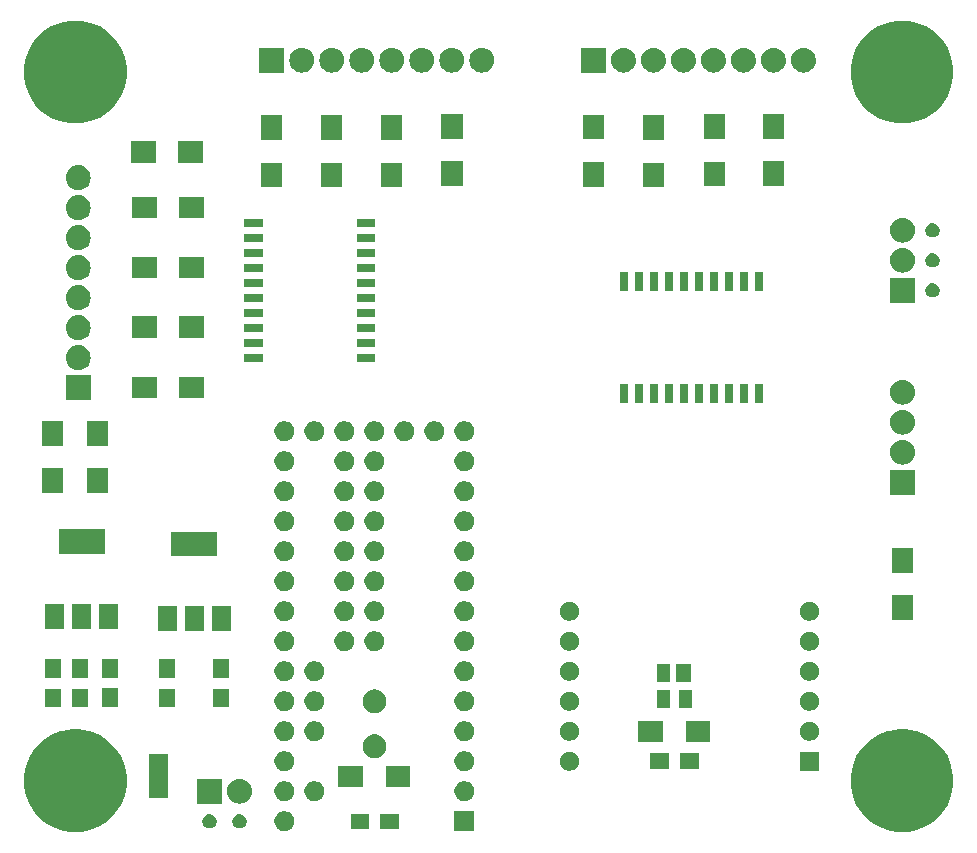
<source format=gts>
G04 #@! TF.GenerationSoftware,KiCad,Pcbnew,(5.1.0)-1*
G04 #@! TF.CreationDate,2019-05-22T12:11:48+02:00*
G04 #@! TF.ProjectId,ArtNet_Node_WSLEDS,4172744e-6574-45f4-9e6f-64655f57534c,rev?*
G04 #@! TF.SameCoordinates,Original*
G04 #@! TF.FileFunction,Soldermask,Top*
G04 #@! TF.FilePolarity,Negative*
%FSLAX46Y46*%
G04 Gerber Fmt 4.6, Leading zero omitted, Abs format (unit mm)*
G04 Created by KiCad (PCBNEW (5.1.0)-1) date 2019-05-22 12:11:48*
%MOMM*%
%LPD*%
G04 APERTURE LIST*
%ADD10C,0.100000*%
G04 APERTURE END LIST*
D10*
G36*
X145548156Y-130672794D02*
G01*
X146269140Y-130816206D01*
X147060972Y-131144193D01*
X147773601Y-131620357D01*
X148379643Y-132226399D01*
X148855807Y-132939028D01*
X149183794Y-133730860D01*
X149351000Y-134571464D01*
X149351000Y-135428536D01*
X149183794Y-136269140D01*
X148855807Y-137060972D01*
X148379643Y-137773601D01*
X147773601Y-138379643D01*
X147060972Y-138855807D01*
X146269140Y-139183794D01*
X145548156Y-139327206D01*
X145428537Y-139351000D01*
X144571463Y-139351000D01*
X144451844Y-139327206D01*
X143730860Y-139183794D01*
X142939028Y-138855807D01*
X142226399Y-138379643D01*
X141620357Y-137773601D01*
X141144193Y-137060972D01*
X140816206Y-136269140D01*
X140649000Y-135428536D01*
X140649000Y-134571464D01*
X140816206Y-133730860D01*
X141144193Y-132939028D01*
X141620357Y-132226399D01*
X142226399Y-131620357D01*
X142939028Y-131144193D01*
X143730860Y-130816206D01*
X144451844Y-130672794D01*
X144571463Y-130649000D01*
X145428537Y-130649000D01*
X145548156Y-130672794D01*
X145548156Y-130672794D01*
G37*
G36*
X75548156Y-130672794D02*
G01*
X76269140Y-130816206D01*
X77060972Y-131144193D01*
X77773601Y-131620357D01*
X78379643Y-132226399D01*
X78855807Y-132939028D01*
X79183794Y-133730860D01*
X79351000Y-134571464D01*
X79351000Y-135428536D01*
X79183794Y-136269140D01*
X78855807Y-137060972D01*
X78379643Y-137773601D01*
X77773601Y-138379643D01*
X77060972Y-138855807D01*
X76269140Y-139183794D01*
X75548156Y-139327206D01*
X75428537Y-139351000D01*
X74571463Y-139351000D01*
X74451844Y-139327206D01*
X73730860Y-139183794D01*
X72939028Y-138855807D01*
X72226399Y-138379643D01*
X71620357Y-137773601D01*
X71144193Y-137060972D01*
X70816206Y-136269140D01*
X70649000Y-135428536D01*
X70649000Y-134571464D01*
X70816206Y-133730860D01*
X71144193Y-132939028D01*
X71620357Y-132226399D01*
X72226399Y-131620357D01*
X72939028Y-131144193D01*
X73730860Y-130816206D01*
X74451844Y-130672794D01*
X74571463Y-130649000D01*
X75428537Y-130649000D01*
X75548156Y-130672794D01*
X75548156Y-130672794D01*
G37*
G36*
X108801000Y-139281000D02*
G01*
X107099000Y-139281000D01*
X107099000Y-137579000D01*
X108801000Y-137579000D01*
X108801000Y-139281000D01*
X108801000Y-139281000D01*
G37*
G36*
X92958228Y-137611703D02*
G01*
X93113100Y-137675853D01*
X93252481Y-137768985D01*
X93371015Y-137887519D01*
X93464147Y-138026900D01*
X93528297Y-138181772D01*
X93561000Y-138346184D01*
X93561000Y-138513816D01*
X93528297Y-138678228D01*
X93464147Y-138833100D01*
X93371015Y-138972481D01*
X93252481Y-139091015D01*
X93113100Y-139184147D01*
X92958228Y-139248297D01*
X92793816Y-139281000D01*
X92626184Y-139281000D01*
X92461772Y-139248297D01*
X92306900Y-139184147D01*
X92167519Y-139091015D01*
X92048985Y-138972481D01*
X91955853Y-138833100D01*
X91891703Y-138678228D01*
X91859000Y-138513816D01*
X91859000Y-138346184D01*
X91891703Y-138181772D01*
X91955853Y-138026900D01*
X92048985Y-137887519D01*
X92167519Y-137768985D01*
X92306900Y-137675853D01*
X92461772Y-137611703D01*
X92626184Y-137579000D01*
X92793816Y-137579000D01*
X92958228Y-137611703D01*
X92958228Y-137611703D01*
G37*
G36*
X102406400Y-139131400D02*
G01*
X100804400Y-139131400D01*
X100804400Y-137779400D01*
X102406400Y-137779400D01*
X102406400Y-139131400D01*
X102406400Y-139131400D01*
G37*
G36*
X99906400Y-139131400D02*
G01*
X98304400Y-139131400D01*
X98304400Y-137779400D01*
X99906400Y-137779400D01*
X99906400Y-139131400D01*
X99906400Y-139131400D01*
G37*
G36*
X86496601Y-137844397D02*
G01*
X86535305Y-137852096D01*
X86567340Y-137865365D01*
X86644680Y-137897400D01*
X86743115Y-137963173D01*
X86826827Y-138046885D01*
X86892600Y-138145320D01*
X86937904Y-138254696D01*
X86961000Y-138370805D01*
X86961000Y-138489195D01*
X86937904Y-138605304D01*
X86892600Y-138714680D01*
X86826827Y-138813115D01*
X86743115Y-138896827D01*
X86644680Y-138962600D01*
X86567340Y-138994635D01*
X86535305Y-139007904D01*
X86496601Y-139015603D01*
X86419195Y-139031000D01*
X86300805Y-139031000D01*
X86223399Y-139015603D01*
X86184695Y-139007904D01*
X86152660Y-138994635D01*
X86075320Y-138962600D01*
X85976885Y-138896827D01*
X85893173Y-138813115D01*
X85827400Y-138714680D01*
X85782096Y-138605304D01*
X85759000Y-138489195D01*
X85759000Y-138370805D01*
X85782096Y-138254696D01*
X85827400Y-138145320D01*
X85893173Y-138046885D01*
X85976885Y-137963173D01*
X86075320Y-137897400D01*
X86152660Y-137865365D01*
X86184695Y-137852096D01*
X86223399Y-137844397D01*
X86300805Y-137829000D01*
X86419195Y-137829000D01*
X86496601Y-137844397D01*
X86496601Y-137844397D01*
G37*
G36*
X89036601Y-137844397D02*
G01*
X89075305Y-137852096D01*
X89107340Y-137865365D01*
X89184680Y-137897400D01*
X89283115Y-137963173D01*
X89366827Y-138046885D01*
X89432600Y-138145320D01*
X89477904Y-138254696D01*
X89501000Y-138370805D01*
X89501000Y-138489195D01*
X89477904Y-138605304D01*
X89432600Y-138714680D01*
X89366827Y-138813115D01*
X89283115Y-138896827D01*
X89184680Y-138962600D01*
X89107340Y-138994635D01*
X89075305Y-139007904D01*
X89036601Y-139015603D01*
X88959195Y-139031000D01*
X88840805Y-139031000D01*
X88763399Y-139015603D01*
X88724695Y-139007904D01*
X88692660Y-138994635D01*
X88615320Y-138962600D01*
X88516885Y-138896827D01*
X88433173Y-138813115D01*
X88367400Y-138714680D01*
X88322096Y-138605304D01*
X88299000Y-138489195D01*
X88299000Y-138370805D01*
X88322096Y-138254696D01*
X88367400Y-138145320D01*
X88433173Y-138046885D01*
X88516885Y-137963173D01*
X88615320Y-137897400D01*
X88692660Y-137865365D01*
X88724695Y-137852096D01*
X88763399Y-137844397D01*
X88840805Y-137829000D01*
X88959195Y-137829000D01*
X89036601Y-137844397D01*
X89036601Y-137844397D01*
G37*
G36*
X89105928Y-134854710D02*
G01*
X89105931Y-134854711D01*
X89105932Y-134854711D01*
X89303950Y-134914779D01*
X89303953Y-134914781D01*
X89303954Y-134914781D01*
X89486443Y-135012323D01*
X89646403Y-135143597D01*
X89777677Y-135303557D01*
X89844479Y-135428536D01*
X89875221Y-135486050D01*
X89935289Y-135684068D01*
X89935290Y-135684072D01*
X89955572Y-135890000D01*
X89935290Y-136095928D01*
X89935289Y-136095931D01*
X89935289Y-136095932D01*
X89875221Y-136293950D01*
X89875219Y-136293953D01*
X89875219Y-136293954D01*
X89777677Y-136476443D01*
X89646403Y-136636403D01*
X89486443Y-136767677D01*
X89303954Y-136865219D01*
X89303950Y-136865221D01*
X89105932Y-136925289D01*
X89105931Y-136925289D01*
X89105928Y-136925290D01*
X88951601Y-136940490D01*
X88848399Y-136940490D01*
X88694072Y-136925290D01*
X88694069Y-136925289D01*
X88694068Y-136925289D01*
X88496050Y-136865221D01*
X88496046Y-136865219D01*
X88313557Y-136767677D01*
X88153597Y-136636403D01*
X88022323Y-136476443D01*
X87924781Y-136293954D01*
X87924781Y-136293953D01*
X87924779Y-136293950D01*
X87864711Y-136095932D01*
X87864711Y-136095931D01*
X87864710Y-136095928D01*
X87844428Y-135890000D01*
X87864710Y-135684072D01*
X87864711Y-135684068D01*
X87924779Y-135486050D01*
X87955521Y-135428536D01*
X88022323Y-135303557D01*
X88153597Y-135143597D01*
X88313557Y-135012323D01*
X88496046Y-134914781D01*
X88496047Y-134914781D01*
X88496050Y-134914779D01*
X88694068Y-134854711D01*
X88694069Y-134854711D01*
X88694072Y-134854710D01*
X88848399Y-134839510D01*
X88951601Y-134839510D01*
X89105928Y-134854710D01*
X89105928Y-134854710D01*
G37*
G36*
X87410490Y-136940490D02*
G01*
X85309510Y-136940490D01*
X85309510Y-134839510D01*
X87410490Y-134839510D01*
X87410490Y-136940490D01*
X87410490Y-136940490D01*
G37*
G36*
X95498228Y-135071703D02*
G01*
X95653100Y-135135853D01*
X95792481Y-135228985D01*
X95911015Y-135347519D01*
X96004147Y-135486900D01*
X96068297Y-135641772D01*
X96101000Y-135806184D01*
X96101000Y-135973816D01*
X96068297Y-136138228D01*
X96004147Y-136293100D01*
X95911015Y-136432481D01*
X95792481Y-136551015D01*
X95653100Y-136644147D01*
X95498228Y-136708297D01*
X95333816Y-136741000D01*
X95166184Y-136741000D01*
X95001772Y-136708297D01*
X94846900Y-136644147D01*
X94707519Y-136551015D01*
X94588985Y-136432481D01*
X94495853Y-136293100D01*
X94431703Y-136138228D01*
X94399000Y-135973816D01*
X94399000Y-135806184D01*
X94431703Y-135641772D01*
X94495853Y-135486900D01*
X94588985Y-135347519D01*
X94707519Y-135228985D01*
X94846900Y-135135853D01*
X95001772Y-135071703D01*
X95166184Y-135039000D01*
X95333816Y-135039000D01*
X95498228Y-135071703D01*
X95498228Y-135071703D01*
G37*
G36*
X108198228Y-135071703D02*
G01*
X108353100Y-135135853D01*
X108492481Y-135228985D01*
X108611015Y-135347519D01*
X108704147Y-135486900D01*
X108768297Y-135641772D01*
X108801000Y-135806184D01*
X108801000Y-135973816D01*
X108768297Y-136138228D01*
X108704147Y-136293100D01*
X108611015Y-136432481D01*
X108492481Y-136551015D01*
X108353100Y-136644147D01*
X108198228Y-136708297D01*
X108033816Y-136741000D01*
X107866184Y-136741000D01*
X107701772Y-136708297D01*
X107546900Y-136644147D01*
X107407519Y-136551015D01*
X107288985Y-136432481D01*
X107195853Y-136293100D01*
X107131703Y-136138228D01*
X107099000Y-135973816D01*
X107099000Y-135806184D01*
X107131703Y-135641772D01*
X107195853Y-135486900D01*
X107288985Y-135347519D01*
X107407519Y-135228985D01*
X107546900Y-135135853D01*
X107701772Y-135071703D01*
X107866184Y-135039000D01*
X108033816Y-135039000D01*
X108198228Y-135071703D01*
X108198228Y-135071703D01*
G37*
G36*
X92958228Y-135071703D02*
G01*
X93113100Y-135135853D01*
X93252481Y-135228985D01*
X93371015Y-135347519D01*
X93464147Y-135486900D01*
X93528297Y-135641772D01*
X93561000Y-135806184D01*
X93561000Y-135973816D01*
X93528297Y-136138228D01*
X93464147Y-136293100D01*
X93371015Y-136432481D01*
X93252481Y-136551015D01*
X93113100Y-136644147D01*
X92958228Y-136708297D01*
X92793816Y-136741000D01*
X92626184Y-136741000D01*
X92461772Y-136708297D01*
X92306900Y-136644147D01*
X92167519Y-136551015D01*
X92048985Y-136432481D01*
X91955853Y-136293100D01*
X91891703Y-136138228D01*
X91859000Y-135973816D01*
X91859000Y-135806184D01*
X91891703Y-135641772D01*
X91955853Y-135486900D01*
X92048985Y-135347519D01*
X92167519Y-135228985D01*
X92306900Y-135135853D01*
X92461772Y-135071703D01*
X92626184Y-135039000D01*
X92793816Y-135039000D01*
X92958228Y-135071703D01*
X92958228Y-135071703D01*
G37*
G36*
X82843000Y-136445600D02*
G01*
X81241000Y-136445600D01*
X81241000Y-132743600D01*
X82843000Y-132743600D01*
X82843000Y-136445600D01*
X82843000Y-136445600D01*
G37*
G36*
X99381000Y-135521000D02*
G01*
X97279000Y-135521000D01*
X97279000Y-133719000D01*
X99381000Y-133719000D01*
X99381000Y-135521000D01*
X99381000Y-135521000D01*
G37*
G36*
X103381000Y-135521000D02*
G01*
X101279000Y-135521000D01*
X101279000Y-133719000D01*
X103381000Y-133719000D01*
X103381000Y-135521000D01*
X103381000Y-135521000D01*
G37*
G36*
X92958228Y-132531703D02*
G01*
X93113100Y-132595853D01*
X93252481Y-132688985D01*
X93371015Y-132807519D01*
X93464147Y-132946900D01*
X93528297Y-133101772D01*
X93561000Y-133266184D01*
X93561000Y-133433816D01*
X93528297Y-133598228D01*
X93464147Y-133753100D01*
X93371015Y-133892481D01*
X93252481Y-134011015D01*
X93113100Y-134104147D01*
X92958228Y-134168297D01*
X92793816Y-134201000D01*
X92626184Y-134201000D01*
X92461772Y-134168297D01*
X92306900Y-134104147D01*
X92167519Y-134011015D01*
X92048985Y-133892481D01*
X91955853Y-133753100D01*
X91891703Y-133598228D01*
X91859000Y-133433816D01*
X91859000Y-133266184D01*
X91891703Y-133101772D01*
X91955853Y-132946900D01*
X92048985Y-132807519D01*
X92167519Y-132688985D01*
X92306900Y-132595853D01*
X92461772Y-132531703D01*
X92626184Y-132499000D01*
X92793816Y-132499000D01*
X92958228Y-132531703D01*
X92958228Y-132531703D01*
G37*
G36*
X108198228Y-132531703D02*
G01*
X108353100Y-132595853D01*
X108492481Y-132688985D01*
X108611015Y-132807519D01*
X108704147Y-132946900D01*
X108768297Y-133101772D01*
X108801000Y-133266184D01*
X108801000Y-133433816D01*
X108768297Y-133598228D01*
X108704147Y-133753100D01*
X108611015Y-133892481D01*
X108492481Y-134011015D01*
X108353100Y-134104147D01*
X108198228Y-134168297D01*
X108033816Y-134201000D01*
X107866184Y-134201000D01*
X107701772Y-134168297D01*
X107546900Y-134104147D01*
X107407519Y-134011015D01*
X107288985Y-133892481D01*
X107195853Y-133753100D01*
X107131703Y-133598228D01*
X107099000Y-133433816D01*
X107099000Y-133266184D01*
X107131703Y-133101772D01*
X107195853Y-132946900D01*
X107288985Y-132807519D01*
X107407519Y-132688985D01*
X107546900Y-132595853D01*
X107701772Y-132531703D01*
X107866184Y-132499000D01*
X108033816Y-132499000D01*
X108198228Y-132531703D01*
X108198228Y-132531703D01*
G37*
G36*
X137973000Y-134163000D02*
G01*
X136347000Y-134163000D01*
X136347000Y-132537000D01*
X137973000Y-132537000D01*
X137973000Y-134163000D01*
X137973000Y-134163000D01*
G37*
G36*
X117077142Y-132568242D02*
G01*
X117225101Y-132629529D01*
X117358255Y-132718499D01*
X117471501Y-132831745D01*
X117560471Y-132964899D01*
X117621758Y-133112858D01*
X117653000Y-133269925D01*
X117653000Y-133430075D01*
X117621758Y-133587142D01*
X117560471Y-133735101D01*
X117471501Y-133868255D01*
X117358255Y-133981501D01*
X117225101Y-134070471D01*
X117077142Y-134131758D01*
X116920075Y-134163000D01*
X116759925Y-134163000D01*
X116602858Y-134131758D01*
X116454899Y-134070471D01*
X116321745Y-133981501D01*
X116208499Y-133868255D01*
X116119529Y-133735101D01*
X116058242Y-133587142D01*
X116027000Y-133430075D01*
X116027000Y-133269925D01*
X116058242Y-133112858D01*
X116119529Y-132964899D01*
X116208499Y-132831745D01*
X116321745Y-132718499D01*
X116454899Y-132629529D01*
X116602858Y-132568242D01*
X116759925Y-132537000D01*
X116920075Y-132537000D01*
X117077142Y-132568242D01*
X117077142Y-132568242D01*
G37*
G36*
X125281000Y-134026000D02*
G01*
X123679000Y-134026000D01*
X123679000Y-132674000D01*
X125281000Y-132674000D01*
X125281000Y-134026000D01*
X125281000Y-134026000D01*
G37*
G36*
X127781000Y-134026000D02*
G01*
X126179000Y-134026000D01*
X126179000Y-132674000D01*
X127781000Y-132674000D01*
X127781000Y-134026000D01*
X127781000Y-134026000D01*
G37*
G36*
X100621981Y-131117468D02*
G01*
X100804151Y-131192926D01*
X100968100Y-131302473D01*
X101107527Y-131441900D01*
X101217074Y-131605849D01*
X101217075Y-131605851D01*
X101223084Y-131620358D01*
X101292532Y-131788019D01*
X101331000Y-131981410D01*
X101331000Y-132178590D01*
X101292532Y-132371981D01*
X101217074Y-132554151D01*
X101107527Y-132718100D01*
X100968100Y-132857527D01*
X100804151Y-132967074D01*
X100621981Y-133042532D01*
X100525285Y-133061766D01*
X100428591Y-133081000D01*
X100231409Y-133081000D01*
X100134715Y-133061766D01*
X100038019Y-133042532D01*
X99855849Y-132967074D01*
X99691900Y-132857527D01*
X99552473Y-132718100D01*
X99442926Y-132554151D01*
X99367468Y-132371981D01*
X99329000Y-132178590D01*
X99329000Y-131981410D01*
X99367468Y-131788019D01*
X99436916Y-131620358D01*
X99442925Y-131605851D01*
X99442926Y-131605849D01*
X99552473Y-131441900D01*
X99691900Y-131302473D01*
X99855849Y-131192926D01*
X100038019Y-131117468D01*
X100231409Y-131079000D01*
X100428591Y-131079000D01*
X100621981Y-131117468D01*
X100621981Y-131117468D01*
G37*
G36*
X128781000Y-131711000D02*
G01*
X126679000Y-131711000D01*
X126679000Y-129909000D01*
X128781000Y-129909000D01*
X128781000Y-131711000D01*
X128781000Y-131711000D01*
G37*
G36*
X124781000Y-131711000D02*
G01*
X122679000Y-131711000D01*
X122679000Y-129909000D01*
X124781000Y-129909000D01*
X124781000Y-131711000D01*
X124781000Y-131711000D01*
G37*
G36*
X108198228Y-129991703D02*
G01*
X108353100Y-130055853D01*
X108492481Y-130148985D01*
X108611015Y-130267519D01*
X108704147Y-130406900D01*
X108768297Y-130561772D01*
X108801000Y-130726184D01*
X108801000Y-130893816D01*
X108768297Y-131058228D01*
X108704147Y-131213100D01*
X108611015Y-131352481D01*
X108492481Y-131471015D01*
X108353100Y-131564147D01*
X108198228Y-131628297D01*
X108033816Y-131661000D01*
X107866184Y-131661000D01*
X107701772Y-131628297D01*
X107546900Y-131564147D01*
X107407519Y-131471015D01*
X107288985Y-131352481D01*
X107195853Y-131213100D01*
X107131703Y-131058228D01*
X107099000Y-130893816D01*
X107099000Y-130726184D01*
X107131703Y-130561772D01*
X107195853Y-130406900D01*
X107288985Y-130267519D01*
X107407519Y-130148985D01*
X107546900Y-130055853D01*
X107701772Y-129991703D01*
X107866184Y-129959000D01*
X108033816Y-129959000D01*
X108198228Y-129991703D01*
X108198228Y-129991703D01*
G37*
G36*
X92958228Y-129991703D02*
G01*
X93113100Y-130055853D01*
X93252481Y-130148985D01*
X93371015Y-130267519D01*
X93464147Y-130406900D01*
X93528297Y-130561772D01*
X93561000Y-130726184D01*
X93561000Y-130893816D01*
X93528297Y-131058228D01*
X93464147Y-131213100D01*
X93371015Y-131352481D01*
X93252481Y-131471015D01*
X93113100Y-131564147D01*
X92958228Y-131628297D01*
X92793816Y-131661000D01*
X92626184Y-131661000D01*
X92461772Y-131628297D01*
X92306900Y-131564147D01*
X92167519Y-131471015D01*
X92048985Y-131352481D01*
X91955853Y-131213100D01*
X91891703Y-131058228D01*
X91859000Y-130893816D01*
X91859000Y-130726184D01*
X91891703Y-130561772D01*
X91955853Y-130406900D01*
X92048985Y-130267519D01*
X92167519Y-130148985D01*
X92306900Y-130055853D01*
X92461772Y-129991703D01*
X92626184Y-129959000D01*
X92793816Y-129959000D01*
X92958228Y-129991703D01*
X92958228Y-129991703D01*
G37*
G36*
X95498228Y-129991703D02*
G01*
X95653100Y-130055853D01*
X95792481Y-130148985D01*
X95911015Y-130267519D01*
X96004147Y-130406900D01*
X96068297Y-130561772D01*
X96101000Y-130726184D01*
X96101000Y-130893816D01*
X96068297Y-131058228D01*
X96004147Y-131213100D01*
X95911015Y-131352481D01*
X95792481Y-131471015D01*
X95653100Y-131564147D01*
X95498228Y-131628297D01*
X95333816Y-131661000D01*
X95166184Y-131661000D01*
X95001772Y-131628297D01*
X94846900Y-131564147D01*
X94707519Y-131471015D01*
X94588985Y-131352481D01*
X94495853Y-131213100D01*
X94431703Y-131058228D01*
X94399000Y-130893816D01*
X94399000Y-130726184D01*
X94431703Y-130561772D01*
X94495853Y-130406900D01*
X94588985Y-130267519D01*
X94707519Y-130148985D01*
X94846900Y-130055853D01*
X95001772Y-129991703D01*
X95166184Y-129959000D01*
X95333816Y-129959000D01*
X95498228Y-129991703D01*
X95498228Y-129991703D01*
G37*
G36*
X137397142Y-130028242D02*
G01*
X137545101Y-130089529D01*
X137678255Y-130178499D01*
X137791501Y-130291745D01*
X137880471Y-130424899D01*
X137941758Y-130572858D01*
X137973000Y-130729925D01*
X137973000Y-130890075D01*
X137941758Y-131047142D01*
X137880471Y-131195101D01*
X137791501Y-131328255D01*
X137678255Y-131441501D01*
X137545101Y-131530471D01*
X137397142Y-131591758D01*
X137240075Y-131623000D01*
X137079925Y-131623000D01*
X136922858Y-131591758D01*
X136774899Y-131530471D01*
X136641745Y-131441501D01*
X136528499Y-131328255D01*
X136439529Y-131195101D01*
X136378242Y-131047142D01*
X136347000Y-130890075D01*
X136347000Y-130729925D01*
X136378242Y-130572858D01*
X136439529Y-130424899D01*
X136528499Y-130291745D01*
X136641745Y-130178499D01*
X136774899Y-130089529D01*
X136922858Y-130028242D01*
X137079925Y-129997000D01*
X137240075Y-129997000D01*
X137397142Y-130028242D01*
X137397142Y-130028242D01*
G37*
G36*
X117077142Y-130028242D02*
G01*
X117225101Y-130089529D01*
X117358255Y-130178499D01*
X117471501Y-130291745D01*
X117560471Y-130424899D01*
X117621758Y-130572858D01*
X117653000Y-130729925D01*
X117653000Y-130890075D01*
X117621758Y-131047142D01*
X117560471Y-131195101D01*
X117471501Y-131328255D01*
X117358255Y-131441501D01*
X117225101Y-131530471D01*
X117077142Y-131591758D01*
X116920075Y-131623000D01*
X116759925Y-131623000D01*
X116602858Y-131591758D01*
X116454899Y-131530471D01*
X116321745Y-131441501D01*
X116208499Y-131328255D01*
X116119529Y-131195101D01*
X116058242Y-131047142D01*
X116027000Y-130890075D01*
X116027000Y-130729925D01*
X116058242Y-130572858D01*
X116119529Y-130424899D01*
X116208499Y-130291745D01*
X116321745Y-130178499D01*
X116454899Y-130089529D01*
X116602858Y-130028242D01*
X116759925Y-129997000D01*
X116920075Y-129997000D01*
X117077142Y-130028242D01*
X117077142Y-130028242D01*
G37*
G36*
X100525285Y-127288234D02*
G01*
X100621981Y-127307468D01*
X100804151Y-127382926D01*
X100968100Y-127492473D01*
X101107527Y-127631900D01*
X101217074Y-127795849D01*
X101292532Y-127978019D01*
X101331000Y-128171410D01*
X101331000Y-128368590D01*
X101292532Y-128561981D01*
X101217074Y-128744151D01*
X101107527Y-128908100D01*
X100968100Y-129047527D01*
X100804151Y-129157074D01*
X100621981Y-129232532D01*
X100428591Y-129271000D01*
X100231409Y-129271000D01*
X100038019Y-129232532D01*
X99855849Y-129157074D01*
X99691900Y-129047527D01*
X99552473Y-128908100D01*
X99442926Y-128744151D01*
X99367468Y-128561981D01*
X99329000Y-128368590D01*
X99329000Y-128171410D01*
X99367468Y-127978019D01*
X99442926Y-127795849D01*
X99552473Y-127631900D01*
X99691900Y-127492473D01*
X99855849Y-127382926D01*
X100038019Y-127307468D01*
X100134715Y-127288234D01*
X100231409Y-127269000D01*
X100428591Y-127269000D01*
X100525285Y-127288234D01*
X100525285Y-127288234D01*
G37*
G36*
X95498228Y-127451703D02*
G01*
X95653100Y-127515853D01*
X95792481Y-127608985D01*
X95911015Y-127727519D01*
X96004147Y-127866900D01*
X96068297Y-128021772D01*
X96101000Y-128186184D01*
X96101000Y-128353816D01*
X96068297Y-128518228D01*
X96004147Y-128673100D01*
X95911015Y-128812481D01*
X95792481Y-128931015D01*
X95653100Y-129024147D01*
X95498228Y-129088297D01*
X95333816Y-129121000D01*
X95166184Y-129121000D01*
X95001772Y-129088297D01*
X94846900Y-129024147D01*
X94707519Y-128931015D01*
X94588985Y-128812481D01*
X94495853Y-128673100D01*
X94431703Y-128518228D01*
X94399000Y-128353816D01*
X94399000Y-128186184D01*
X94431703Y-128021772D01*
X94495853Y-127866900D01*
X94588985Y-127727519D01*
X94707519Y-127608985D01*
X94846900Y-127515853D01*
X95001772Y-127451703D01*
X95166184Y-127419000D01*
X95333816Y-127419000D01*
X95498228Y-127451703D01*
X95498228Y-127451703D01*
G37*
G36*
X92958228Y-127451703D02*
G01*
X93113100Y-127515853D01*
X93252481Y-127608985D01*
X93371015Y-127727519D01*
X93464147Y-127866900D01*
X93528297Y-128021772D01*
X93561000Y-128186184D01*
X93561000Y-128353816D01*
X93528297Y-128518228D01*
X93464147Y-128673100D01*
X93371015Y-128812481D01*
X93252481Y-128931015D01*
X93113100Y-129024147D01*
X92958228Y-129088297D01*
X92793816Y-129121000D01*
X92626184Y-129121000D01*
X92461772Y-129088297D01*
X92306900Y-129024147D01*
X92167519Y-128931015D01*
X92048985Y-128812481D01*
X91955853Y-128673100D01*
X91891703Y-128518228D01*
X91859000Y-128353816D01*
X91859000Y-128186184D01*
X91891703Y-128021772D01*
X91955853Y-127866900D01*
X92048985Y-127727519D01*
X92167519Y-127608985D01*
X92306900Y-127515853D01*
X92461772Y-127451703D01*
X92626184Y-127419000D01*
X92793816Y-127419000D01*
X92958228Y-127451703D01*
X92958228Y-127451703D01*
G37*
G36*
X108198228Y-127451703D02*
G01*
X108353100Y-127515853D01*
X108492481Y-127608985D01*
X108611015Y-127727519D01*
X108704147Y-127866900D01*
X108768297Y-128021772D01*
X108801000Y-128186184D01*
X108801000Y-128353816D01*
X108768297Y-128518228D01*
X108704147Y-128673100D01*
X108611015Y-128812481D01*
X108492481Y-128931015D01*
X108353100Y-129024147D01*
X108198228Y-129088297D01*
X108033816Y-129121000D01*
X107866184Y-129121000D01*
X107701772Y-129088297D01*
X107546900Y-129024147D01*
X107407519Y-128931015D01*
X107288985Y-128812481D01*
X107195853Y-128673100D01*
X107131703Y-128518228D01*
X107099000Y-128353816D01*
X107099000Y-128186184D01*
X107131703Y-128021772D01*
X107195853Y-127866900D01*
X107288985Y-127727519D01*
X107407519Y-127608985D01*
X107546900Y-127515853D01*
X107701772Y-127451703D01*
X107866184Y-127419000D01*
X108033816Y-127419000D01*
X108198228Y-127451703D01*
X108198228Y-127451703D01*
G37*
G36*
X137397142Y-127488242D02*
G01*
X137545101Y-127549529D01*
X137678255Y-127638499D01*
X137791501Y-127751745D01*
X137880471Y-127884899D01*
X137941758Y-128032858D01*
X137973000Y-128189925D01*
X137973000Y-128350075D01*
X137941758Y-128507142D01*
X137880471Y-128655101D01*
X137791501Y-128788255D01*
X137678255Y-128901501D01*
X137545101Y-128990471D01*
X137397142Y-129051758D01*
X137240075Y-129083000D01*
X137079925Y-129083000D01*
X136922858Y-129051758D01*
X136774899Y-128990471D01*
X136641745Y-128901501D01*
X136528499Y-128788255D01*
X136439529Y-128655101D01*
X136378242Y-128507142D01*
X136347000Y-128350075D01*
X136347000Y-128189925D01*
X136378242Y-128032858D01*
X136439529Y-127884899D01*
X136528499Y-127751745D01*
X136641745Y-127638499D01*
X136774899Y-127549529D01*
X136922858Y-127488242D01*
X137079925Y-127457000D01*
X137240075Y-127457000D01*
X137397142Y-127488242D01*
X137397142Y-127488242D01*
G37*
G36*
X117077142Y-127488242D02*
G01*
X117225101Y-127549529D01*
X117358255Y-127638499D01*
X117471501Y-127751745D01*
X117560471Y-127884899D01*
X117621758Y-128032858D01*
X117653000Y-128189925D01*
X117653000Y-128350075D01*
X117621758Y-128507142D01*
X117560471Y-128655101D01*
X117471501Y-128788255D01*
X117358255Y-128901501D01*
X117225101Y-128990471D01*
X117077142Y-129051758D01*
X116920075Y-129083000D01*
X116759925Y-129083000D01*
X116602858Y-129051758D01*
X116454899Y-128990471D01*
X116321745Y-128901501D01*
X116208499Y-128788255D01*
X116119529Y-128655101D01*
X116058242Y-128507142D01*
X116027000Y-128350075D01*
X116027000Y-128189925D01*
X116058242Y-128032858D01*
X116119529Y-127884899D01*
X116208499Y-127751745D01*
X116321745Y-127638499D01*
X116454899Y-127549529D01*
X116602858Y-127488242D01*
X116759925Y-127457000D01*
X116920075Y-127457000D01*
X117077142Y-127488242D01*
X117077142Y-127488242D01*
G37*
G36*
X127231000Y-128851000D02*
G01*
X126129000Y-128851000D01*
X126129000Y-127349000D01*
X127231000Y-127349000D01*
X127231000Y-128851000D01*
X127231000Y-128851000D01*
G37*
G36*
X125331000Y-128851000D02*
G01*
X124229000Y-128851000D01*
X124229000Y-127349000D01*
X125331000Y-127349000D01*
X125331000Y-128851000D01*
X125331000Y-128851000D01*
G37*
G36*
X76114000Y-128797000D02*
G01*
X74762000Y-128797000D01*
X74762000Y-127195000D01*
X76114000Y-127195000D01*
X76114000Y-128797000D01*
X76114000Y-128797000D01*
G37*
G36*
X88052000Y-128797000D02*
G01*
X86700000Y-128797000D01*
X86700000Y-127195000D01*
X88052000Y-127195000D01*
X88052000Y-128797000D01*
X88052000Y-128797000D01*
G37*
G36*
X73828000Y-128797000D02*
G01*
X72476000Y-128797000D01*
X72476000Y-127195000D01*
X73828000Y-127195000D01*
X73828000Y-128797000D01*
X73828000Y-128797000D01*
G37*
G36*
X83480000Y-128797000D02*
G01*
X82128000Y-128797000D01*
X82128000Y-127195000D01*
X83480000Y-127195000D01*
X83480000Y-128797000D01*
X83480000Y-128797000D01*
G37*
G36*
X78654000Y-128777000D02*
G01*
X77302000Y-128777000D01*
X77302000Y-127175000D01*
X78654000Y-127175000D01*
X78654000Y-128777000D01*
X78654000Y-128777000D01*
G37*
G36*
X125331000Y-126651000D02*
G01*
X124229000Y-126651000D01*
X124229000Y-125149000D01*
X125331000Y-125149000D01*
X125331000Y-126651000D01*
X125331000Y-126651000D01*
G37*
G36*
X127151000Y-126651000D02*
G01*
X125849000Y-126651000D01*
X125849000Y-125149000D01*
X127151000Y-125149000D01*
X127151000Y-126651000D01*
X127151000Y-126651000D01*
G37*
G36*
X108198228Y-124911703D02*
G01*
X108353100Y-124975853D01*
X108492481Y-125068985D01*
X108611015Y-125187519D01*
X108704147Y-125326900D01*
X108768297Y-125481772D01*
X108801000Y-125646184D01*
X108801000Y-125813816D01*
X108768297Y-125978228D01*
X108704147Y-126133100D01*
X108611015Y-126272481D01*
X108492481Y-126391015D01*
X108353100Y-126484147D01*
X108198228Y-126548297D01*
X108033816Y-126581000D01*
X107866184Y-126581000D01*
X107701772Y-126548297D01*
X107546900Y-126484147D01*
X107407519Y-126391015D01*
X107288985Y-126272481D01*
X107195853Y-126133100D01*
X107131703Y-125978228D01*
X107099000Y-125813816D01*
X107099000Y-125646184D01*
X107131703Y-125481772D01*
X107195853Y-125326900D01*
X107288985Y-125187519D01*
X107407519Y-125068985D01*
X107546900Y-124975853D01*
X107701772Y-124911703D01*
X107866184Y-124879000D01*
X108033816Y-124879000D01*
X108198228Y-124911703D01*
X108198228Y-124911703D01*
G37*
G36*
X95498228Y-124911703D02*
G01*
X95653100Y-124975853D01*
X95792481Y-125068985D01*
X95911015Y-125187519D01*
X96004147Y-125326900D01*
X96068297Y-125481772D01*
X96101000Y-125646184D01*
X96101000Y-125813816D01*
X96068297Y-125978228D01*
X96004147Y-126133100D01*
X95911015Y-126272481D01*
X95792481Y-126391015D01*
X95653100Y-126484147D01*
X95498228Y-126548297D01*
X95333816Y-126581000D01*
X95166184Y-126581000D01*
X95001772Y-126548297D01*
X94846900Y-126484147D01*
X94707519Y-126391015D01*
X94588985Y-126272481D01*
X94495853Y-126133100D01*
X94431703Y-125978228D01*
X94399000Y-125813816D01*
X94399000Y-125646184D01*
X94431703Y-125481772D01*
X94495853Y-125326900D01*
X94588985Y-125187519D01*
X94707519Y-125068985D01*
X94846900Y-124975853D01*
X95001772Y-124911703D01*
X95166184Y-124879000D01*
X95333816Y-124879000D01*
X95498228Y-124911703D01*
X95498228Y-124911703D01*
G37*
G36*
X92958228Y-124911703D02*
G01*
X93113100Y-124975853D01*
X93252481Y-125068985D01*
X93371015Y-125187519D01*
X93464147Y-125326900D01*
X93528297Y-125481772D01*
X93561000Y-125646184D01*
X93561000Y-125813816D01*
X93528297Y-125978228D01*
X93464147Y-126133100D01*
X93371015Y-126272481D01*
X93252481Y-126391015D01*
X93113100Y-126484147D01*
X92958228Y-126548297D01*
X92793816Y-126581000D01*
X92626184Y-126581000D01*
X92461772Y-126548297D01*
X92306900Y-126484147D01*
X92167519Y-126391015D01*
X92048985Y-126272481D01*
X91955853Y-126133100D01*
X91891703Y-125978228D01*
X91859000Y-125813816D01*
X91859000Y-125646184D01*
X91891703Y-125481772D01*
X91955853Y-125326900D01*
X92048985Y-125187519D01*
X92167519Y-125068985D01*
X92306900Y-124975853D01*
X92461772Y-124911703D01*
X92626184Y-124879000D01*
X92793816Y-124879000D01*
X92958228Y-124911703D01*
X92958228Y-124911703D01*
G37*
G36*
X137397142Y-124948242D02*
G01*
X137545101Y-125009529D01*
X137678255Y-125098499D01*
X137791501Y-125211745D01*
X137880471Y-125344899D01*
X137941758Y-125492858D01*
X137973000Y-125649925D01*
X137973000Y-125810075D01*
X137941758Y-125967142D01*
X137880471Y-126115101D01*
X137791501Y-126248255D01*
X137678255Y-126361501D01*
X137545101Y-126450471D01*
X137397142Y-126511758D01*
X137240075Y-126543000D01*
X137079925Y-126543000D01*
X136922858Y-126511758D01*
X136774899Y-126450471D01*
X136641745Y-126361501D01*
X136528499Y-126248255D01*
X136439529Y-126115101D01*
X136378242Y-125967142D01*
X136347000Y-125810075D01*
X136347000Y-125649925D01*
X136378242Y-125492858D01*
X136439529Y-125344899D01*
X136528499Y-125211745D01*
X136641745Y-125098499D01*
X136774899Y-125009529D01*
X136922858Y-124948242D01*
X137079925Y-124917000D01*
X137240075Y-124917000D01*
X137397142Y-124948242D01*
X137397142Y-124948242D01*
G37*
G36*
X117077142Y-124948242D02*
G01*
X117225101Y-125009529D01*
X117358255Y-125098499D01*
X117471501Y-125211745D01*
X117560471Y-125344899D01*
X117621758Y-125492858D01*
X117653000Y-125649925D01*
X117653000Y-125810075D01*
X117621758Y-125967142D01*
X117560471Y-126115101D01*
X117471501Y-126248255D01*
X117358255Y-126361501D01*
X117225101Y-126450471D01*
X117077142Y-126511758D01*
X116920075Y-126543000D01*
X116759925Y-126543000D01*
X116602858Y-126511758D01*
X116454899Y-126450471D01*
X116321745Y-126361501D01*
X116208499Y-126248255D01*
X116119529Y-126115101D01*
X116058242Y-125967142D01*
X116027000Y-125810075D01*
X116027000Y-125649925D01*
X116058242Y-125492858D01*
X116119529Y-125344899D01*
X116208499Y-125211745D01*
X116321745Y-125098499D01*
X116454899Y-125009529D01*
X116602858Y-124948242D01*
X116759925Y-124917000D01*
X116920075Y-124917000D01*
X117077142Y-124948242D01*
X117077142Y-124948242D01*
G37*
G36*
X83480000Y-126297000D02*
G01*
X82128000Y-126297000D01*
X82128000Y-124695000D01*
X83480000Y-124695000D01*
X83480000Y-126297000D01*
X83480000Y-126297000D01*
G37*
G36*
X73828000Y-126297000D02*
G01*
X72476000Y-126297000D01*
X72476000Y-124695000D01*
X73828000Y-124695000D01*
X73828000Y-126297000D01*
X73828000Y-126297000D01*
G37*
G36*
X76114000Y-126297000D02*
G01*
X74762000Y-126297000D01*
X74762000Y-124695000D01*
X76114000Y-124695000D01*
X76114000Y-126297000D01*
X76114000Y-126297000D01*
G37*
G36*
X88052000Y-126297000D02*
G01*
X86700000Y-126297000D01*
X86700000Y-124695000D01*
X88052000Y-124695000D01*
X88052000Y-126297000D01*
X88052000Y-126297000D01*
G37*
G36*
X78654000Y-126277000D02*
G01*
X77302000Y-126277000D01*
X77302000Y-124675000D01*
X78654000Y-124675000D01*
X78654000Y-126277000D01*
X78654000Y-126277000D01*
G37*
G36*
X108198228Y-122371703D02*
G01*
X108353100Y-122435853D01*
X108492481Y-122528985D01*
X108611015Y-122647519D01*
X108704147Y-122786900D01*
X108768297Y-122941772D01*
X108801000Y-123106184D01*
X108801000Y-123273816D01*
X108768297Y-123438228D01*
X108704147Y-123593100D01*
X108611015Y-123732481D01*
X108492481Y-123851015D01*
X108353100Y-123944147D01*
X108198228Y-124008297D01*
X108033816Y-124041000D01*
X107866184Y-124041000D01*
X107701772Y-124008297D01*
X107546900Y-123944147D01*
X107407519Y-123851015D01*
X107288985Y-123732481D01*
X107195853Y-123593100D01*
X107131703Y-123438228D01*
X107099000Y-123273816D01*
X107099000Y-123106184D01*
X107131703Y-122941772D01*
X107195853Y-122786900D01*
X107288985Y-122647519D01*
X107407519Y-122528985D01*
X107546900Y-122435853D01*
X107701772Y-122371703D01*
X107866184Y-122339000D01*
X108033816Y-122339000D01*
X108198228Y-122371703D01*
X108198228Y-122371703D01*
G37*
G36*
X92958228Y-122371703D02*
G01*
X93113100Y-122435853D01*
X93252481Y-122528985D01*
X93371015Y-122647519D01*
X93464147Y-122786900D01*
X93528297Y-122941772D01*
X93561000Y-123106184D01*
X93561000Y-123273816D01*
X93528297Y-123438228D01*
X93464147Y-123593100D01*
X93371015Y-123732481D01*
X93252481Y-123851015D01*
X93113100Y-123944147D01*
X92958228Y-124008297D01*
X92793816Y-124041000D01*
X92626184Y-124041000D01*
X92461772Y-124008297D01*
X92306900Y-123944147D01*
X92167519Y-123851015D01*
X92048985Y-123732481D01*
X91955853Y-123593100D01*
X91891703Y-123438228D01*
X91859000Y-123273816D01*
X91859000Y-123106184D01*
X91891703Y-122941772D01*
X91955853Y-122786900D01*
X92048985Y-122647519D01*
X92167519Y-122528985D01*
X92306900Y-122435853D01*
X92461772Y-122371703D01*
X92626184Y-122339000D01*
X92793816Y-122339000D01*
X92958228Y-122371703D01*
X92958228Y-122371703D01*
G37*
G36*
X98038228Y-122371703D02*
G01*
X98193100Y-122435853D01*
X98332481Y-122528985D01*
X98451015Y-122647519D01*
X98544147Y-122786900D01*
X98608297Y-122941772D01*
X98641000Y-123106184D01*
X98641000Y-123273816D01*
X98608297Y-123438228D01*
X98544147Y-123593100D01*
X98451015Y-123732481D01*
X98332481Y-123851015D01*
X98193100Y-123944147D01*
X98038228Y-124008297D01*
X97873816Y-124041000D01*
X97706184Y-124041000D01*
X97541772Y-124008297D01*
X97386900Y-123944147D01*
X97247519Y-123851015D01*
X97128985Y-123732481D01*
X97035853Y-123593100D01*
X96971703Y-123438228D01*
X96939000Y-123273816D01*
X96939000Y-123106184D01*
X96971703Y-122941772D01*
X97035853Y-122786900D01*
X97128985Y-122647519D01*
X97247519Y-122528985D01*
X97386900Y-122435853D01*
X97541772Y-122371703D01*
X97706184Y-122339000D01*
X97873816Y-122339000D01*
X98038228Y-122371703D01*
X98038228Y-122371703D01*
G37*
G36*
X100578228Y-122371703D02*
G01*
X100733100Y-122435853D01*
X100872481Y-122528985D01*
X100991015Y-122647519D01*
X101084147Y-122786900D01*
X101148297Y-122941772D01*
X101181000Y-123106184D01*
X101181000Y-123273816D01*
X101148297Y-123438228D01*
X101084147Y-123593100D01*
X100991015Y-123732481D01*
X100872481Y-123851015D01*
X100733100Y-123944147D01*
X100578228Y-124008297D01*
X100413816Y-124041000D01*
X100246184Y-124041000D01*
X100081772Y-124008297D01*
X99926900Y-123944147D01*
X99787519Y-123851015D01*
X99668985Y-123732481D01*
X99575853Y-123593100D01*
X99511703Y-123438228D01*
X99479000Y-123273816D01*
X99479000Y-123106184D01*
X99511703Y-122941772D01*
X99575853Y-122786900D01*
X99668985Y-122647519D01*
X99787519Y-122528985D01*
X99926900Y-122435853D01*
X100081772Y-122371703D01*
X100246184Y-122339000D01*
X100413816Y-122339000D01*
X100578228Y-122371703D01*
X100578228Y-122371703D01*
G37*
G36*
X117077142Y-122408242D02*
G01*
X117225101Y-122469529D01*
X117358255Y-122558499D01*
X117471501Y-122671745D01*
X117560471Y-122804899D01*
X117621758Y-122952858D01*
X117653000Y-123109925D01*
X117653000Y-123270075D01*
X117621758Y-123427142D01*
X117560471Y-123575101D01*
X117471501Y-123708255D01*
X117358255Y-123821501D01*
X117225101Y-123910471D01*
X117077142Y-123971758D01*
X116920075Y-124003000D01*
X116759925Y-124003000D01*
X116602858Y-123971758D01*
X116454899Y-123910471D01*
X116321745Y-123821501D01*
X116208499Y-123708255D01*
X116119529Y-123575101D01*
X116058242Y-123427142D01*
X116027000Y-123270075D01*
X116027000Y-123109925D01*
X116058242Y-122952858D01*
X116119529Y-122804899D01*
X116208499Y-122671745D01*
X116321745Y-122558499D01*
X116454899Y-122469529D01*
X116602858Y-122408242D01*
X116759925Y-122377000D01*
X116920075Y-122377000D01*
X117077142Y-122408242D01*
X117077142Y-122408242D01*
G37*
G36*
X137397142Y-122408242D02*
G01*
X137545101Y-122469529D01*
X137678255Y-122558499D01*
X137791501Y-122671745D01*
X137880471Y-122804899D01*
X137941758Y-122952858D01*
X137973000Y-123109925D01*
X137973000Y-123270075D01*
X137941758Y-123427142D01*
X137880471Y-123575101D01*
X137791501Y-123708255D01*
X137678255Y-123821501D01*
X137545101Y-123910471D01*
X137397142Y-123971758D01*
X137240075Y-124003000D01*
X137079925Y-124003000D01*
X136922858Y-123971758D01*
X136774899Y-123910471D01*
X136641745Y-123821501D01*
X136528499Y-123708255D01*
X136439529Y-123575101D01*
X136378242Y-123427142D01*
X136347000Y-123270075D01*
X136347000Y-123109925D01*
X136378242Y-122952858D01*
X136439529Y-122804899D01*
X136528499Y-122671745D01*
X136641745Y-122558499D01*
X136774899Y-122469529D01*
X136922858Y-122408242D01*
X137079925Y-122377000D01*
X137240075Y-122377000D01*
X137397142Y-122408242D01*
X137397142Y-122408242D01*
G37*
G36*
X83591000Y-122311000D02*
G01*
X81989000Y-122311000D01*
X81989000Y-120209000D01*
X83591000Y-120209000D01*
X83591000Y-122311000D01*
X83591000Y-122311000D01*
G37*
G36*
X88191000Y-122311000D02*
G01*
X86589000Y-122311000D01*
X86589000Y-120209000D01*
X88191000Y-120209000D01*
X88191000Y-122311000D01*
X88191000Y-122311000D01*
G37*
G36*
X85891000Y-122311000D02*
G01*
X84289000Y-122311000D01*
X84289000Y-120209000D01*
X85891000Y-120209000D01*
X85891000Y-122311000D01*
X85891000Y-122311000D01*
G37*
G36*
X78646001Y-122126001D02*
G01*
X77044001Y-122126001D01*
X77044001Y-120024001D01*
X78646001Y-120024001D01*
X78646001Y-122126001D01*
X78646001Y-122126001D01*
G37*
G36*
X76346001Y-122126001D02*
G01*
X74744001Y-122126001D01*
X74744001Y-120024001D01*
X76346001Y-120024001D01*
X76346001Y-122126001D01*
X76346001Y-122126001D01*
G37*
G36*
X74046001Y-122126001D02*
G01*
X72444001Y-122126001D01*
X72444001Y-120024001D01*
X74046001Y-120024001D01*
X74046001Y-122126001D01*
X74046001Y-122126001D01*
G37*
G36*
X92958228Y-119831703D02*
G01*
X93113100Y-119895853D01*
X93252481Y-119988985D01*
X93371015Y-120107519D01*
X93464147Y-120246900D01*
X93528297Y-120401772D01*
X93561000Y-120566184D01*
X93561000Y-120733816D01*
X93528297Y-120898228D01*
X93464147Y-121053100D01*
X93371015Y-121192481D01*
X93252481Y-121311015D01*
X93113100Y-121404147D01*
X92958228Y-121468297D01*
X92793816Y-121501000D01*
X92626184Y-121501000D01*
X92461772Y-121468297D01*
X92306900Y-121404147D01*
X92167519Y-121311015D01*
X92048985Y-121192481D01*
X91955853Y-121053100D01*
X91891703Y-120898228D01*
X91859000Y-120733816D01*
X91859000Y-120566184D01*
X91891703Y-120401772D01*
X91955853Y-120246900D01*
X92048985Y-120107519D01*
X92167519Y-119988985D01*
X92306900Y-119895853D01*
X92461772Y-119831703D01*
X92626184Y-119799000D01*
X92793816Y-119799000D01*
X92958228Y-119831703D01*
X92958228Y-119831703D01*
G37*
G36*
X108198228Y-119831703D02*
G01*
X108353100Y-119895853D01*
X108492481Y-119988985D01*
X108611015Y-120107519D01*
X108704147Y-120246900D01*
X108768297Y-120401772D01*
X108801000Y-120566184D01*
X108801000Y-120733816D01*
X108768297Y-120898228D01*
X108704147Y-121053100D01*
X108611015Y-121192481D01*
X108492481Y-121311015D01*
X108353100Y-121404147D01*
X108198228Y-121468297D01*
X108033816Y-121501000D01*
X107866184Y-121501000D01*
X107701772Y-121468297D01*
X107546900Y-121404147D01*
X107407519Y-121311015D01*
X107288985Y-121192481D01*
X107195853Y-121053100D01*
X107131703Y-120898228D01*
X107099000Y-120733816D01*
X107099000Y-120566184D01*
X107131703Y-120401772D01*
X107195853Y-120246900D01*
X107288985Y-120107519D01*
X107407519Y-119988985D01*
X107546900Y-119895853D01*
X107701772Y-119831703D01*
X107866184Y-119799000D01*
X108033816Y-119799000D01*
X108198228Y-119831703D01*
X108198228Y-119831703D01*
G37*
G36*
X98038228Y-119831703D02*
G01*
X98193100Y-119895853D01*
X98332481Y-119988985D01*
X98451015Y-120107519D01*
X98544147Y-120246900D01*
X98608297Y-120401772D01*
X98641000Y-120566184D01*
X98641000Y-120733816D01*
X98608297Y-120898228D01*
X98544147Y-121053100D01*
X98451015Y-121192481D01*
X98332481Y-121311015D01*
X98193100Y-121404147D01*
X98038228Y-121468297D01*
X97873816Y-121501000D01*
X97706184Y-121501000D01*
X97541772Y-121468297D01*
X97386900Y-121404147D01*
X97247519Y-121311015D01*
X97128985Y-121192481D01*
X97035853Y-121053100D01*
X96971703Y-120898228D01*
X96939000Y-120733816D01*
X96939000Y-120566184D01*
X96971703Y-120401772D01*
X97035853Y-120246900D01*
X97128985Y-120107519D01*
X97247519Y-119988985D01*
X97386900Y-119895853D01*
X97541772Y-119831703D01*
X97706184Y-119799000D01*
X97873816Y-119799000D01*
X98038228Y-119831703D01*
X98038228Y-119831703D01*
G37*
G36*
X100578228Y-119831703D02*
G01*
X100733100Y-119895853D01*
X100872481Y-119988985D01*
X100991015Y-120107519D01*
X101084147Y-120246900D01*
X101148297Y-120401772D01*
X101181000Y-120566184D01*
X101181000Y-120733816D01*
X101148297Y-120898228D01*
X101084147Y-121053100D01*
X100991015Y-121192481D01*
X100872481Y-121311015D01*
X100733100Y-121404147D01*
X100578228Y-121468297D01*
X100413816Y-121501000D01*
X100246184Y-121501000D01*
X100081772Y-121468297D01*
X99926900Y-121404147D01*
X99787519Y-121311015D01*
X99668985Y-121192481D01*
X99575853Y-121053100D01*
X99511703Y-120898228D01*
X99479000Y-120733816D01*
X99479000Y-120566184D01*
X99511703Y-120401772D01*
X99575853Y-120246900D01*
X99668985Y-120107519D01*
X99787519Y-119988985D01*
X99926900Y-119895853D01*
X100081772Y-119831703D01*
X100246184Y-119799000D01*
X100413816Y-119799000D01*
X100578228Y-119831703D01*
X100578228Y-119831703D01*
G37*
G36*
X137397142Y-119868242D02*
G01*
X137545101Y-119929529D01*
X137678255Y-120018499D01*
X137791501Y-120131745D01*
X137880471Y-120264899D01*
X137941758Y-120412858D01*
X137973000Y-120569925D01*
X137973000Y-120730075D01*
X137941758Y-120887142D01*
X137880471Y-121035101D01*
X137791501Y-121168255D01*
X137678255Y-121281501D01*
X137545101Y-121370471D01*
X137397142Y-121431758D01*
X137240075Y-121463000D01*
X137079925Y-121463000D01*
X136922858Y-121431758D01*
X136774899Y-121370471D01*
X136641745Y-121281501D01*
X136528499Y-121168255D01*
X136439529Y-121035101D01*
X136378242Y-120887142D01*
X136347000Y-120730075D01*
X136347000Y-120569925D01*
X136378242Y-120412858D01*
X136439529Y-120264899D01*
X136528499Y-120131745D01*
X136641745Y-120018499D01*
X136774899Y-119929529D01*
X136922858Y-119868242D01*
X137079925Y-119837000D01*
X137240075Y-119837000D01*
X137397142Y-119868242D01*
X137397142Y-119868242D01*
G37*
G36*
X117077142Y-119868242D02*
G01*
X117225101Y-119929529D01*
X117358255Y-120018499D01*
X117471501Y-120131745D01*
X117560471Y-120264899D01*
X117621758Y-120412858D01*
X117653000Y-120569925D01*
X117653000Y-120730075D01*
X117621758Y-120887142D01*
X117560471Y-121035101D01*
X117471501Y-121168255D01*
X117358255Y-121281501D01*
X117225101Y-121370471D01*
X117077142Y-121431758D01*
X116920075Y-121463000D01*
X116759925Y-121463000D01*
X116602858Y-121431758D01*
X116454899Y-121370471D01*
X116321745Y-121281501D01*
X116208499Y-121168255D01*
X116119529Y-121035101D01*
X116058242Y-120887142D01*
X116027000Y-120730075D01*
X116027000Y-120569925D01*
X116058242Y-120412858D01*
X116119529Y-120264899D01*
X116208499Y-120131745D01*
X116321745Y-120018499D01*
X116454899Y-119929529D01*
X116602858Y-119868242D01*
X116759925Y-119837000D01*
X116920075Y-119837000D01*
X117077142Y-119868242D01*
X117077142Y-119868242D01*
G37*
G36*
X145935000Y-121415000D02*
G01*
X144133000Y-121415000D01*
X144133000Y-119313000D01*
X145935000Y-119313000D01*
X145935000Y-121415000D01*
X145935000Y-121415000D01*
G37*
G36*
X92958228Y-117291703D02*
G01*
X93113100Y-117355853D01*
X93252481Y-117448985D01*
X93371015Y-117567519D01*
X93464147Y-117706900D01*
X93528297Y-117861772D01*
X93561000Y-118026184D01*
X93561000Y-118193816D01*
X93528297Y-118358228D01*
X93464147Y-118513100D01*
X93371015Y-118652481D01*
X93252481Y-118771015D01*
X93113100Y-118864147D01*
X92958228Y-118928297D01*
X92793816Y-118961000D01*
X92626184Y-118961000D01*
X92461772Y-118928297D01*
X92306900Y-118864147D01*
X92167519Y-118771015D01*
X92048985Y-118652481D01*
X91955853Y-118513100D01*
X91891703Y-118358228D01*
X91859000Y-118193816D01*
X91859000Y-118026184D01*
X91891703Y-117861772D01*
X91955853Y-117706900D01*
X92048985Y-117567519D01*
X92167519Y-117448985D01*
X92306900Y-117355853D01*
X92461772Y-117291703D01*
X92626184Y-117259000D01*
X92793816Y-117259000D01*
X92958228Y-117291703D01*
X92958228Y-117291703D01*
G37*
G36*
X108198228Y-117291703D02*
G01*
X108353100Y-117355853D01*
X108492481Y-117448985D01*
X108611015Y-117567519D01*
X108704147Y-117706900D01*
X108768297Y-117861772D01*
X108801000Y-118026184D01*
X108801000Y-118193816D01*
X108768297Y-118358228D01*
X108704147Y-118513100D01*
X108611015Y-118652481D01*
X108492481Y-118771015D01*
X108353100Y-118864147D01*
X108198228Y-118928297D01*
X108033816Y-118961000D01*
X107866184Y-118961000D01*
X107701772Y-118928297D01*
X107546900Y-118864147D01*
X107407519Y-118771015D01*
X107288985Y-118652481D01*
X107195853Y-118513100D01*
X107131703Y-118358228D01*
X107099000Y-118193816D01*
X107099000Y-118026184D01*
X107131703Y-117861772D01*
X107195853Y-117706900D01*
X107288985Y-117567519D01*
X107407519Y-117448985D01*
X107546900Y-117355853D01*
X107701772Y-117291703D01*
X107866184Y-117259000D01*
X108033816Y-117259000D01*
X108198228Y-117291703D01*
X108198228Y-117291703D01*
G37*
G36*
X100578228Y-117291703D02*
G01*
X100733100Y-117355853D01*
X100872481Y-117448985D01*
X100991015Y-117567519D01*
X101084147Y-117706900D01*
X101148297Y-117861772D01*
X101181000Y-118026184D01*
X101181000Y-118193816D01*
X101148297Y-118358228D01*
X101084147Y-118513100D01*
X100991015Y-118652481D01*
X100872481Y-118771015D01*
X100733100Y-118864147D01*
X100578228Y-118928297D01*
X100413816Y-118961000D01*
X100246184Y-118961000D01*
X100081772Y-118928297D01*
X99926900Y-118864147D01*
X99787519Y-118771015D01*
X99668985Y-118652481D01*
X99575853Y-118513100D01*
X99511703Y-118358228D01*
X99479000Y-118193816D01*
X99479000Y-118026184D01*
X99511703Y-117861772D01*
X99575853Y-117706900D01*
X99668985Y-117567519D01*
X99787519Y-117448985D01*
X99926900Y-117355853D01*
X100081772Y-117291703D01*
X100246184Y-117259000D01*
X100413816Y-117259000D01*
X100578228Y-117291703D01*
X100578228Y-117291703D01*
G37*
G36*
X98038228Y-117291703D02*
G01*
X98193100Y-117355853D01*
X98332481Y-117448985D01*
X98451015Y-117567519D01*
X98544147Y-117706900D01*
X98608297Y-117861772D01*
X98641000Y-118026184D01*
X98641000Y-118193816D01*
X98608297Y-118358228D01*
X98544147Y-118513100D01*
X98451015Y-118652481D01*
X98332481Y-118771015D01*
X98193100Y-118864147D01*
X98038228Y-118928297D01*
X97873816Y-118961000D01*
X97706184Y-118961000D01*
X97541772Y-118928297D01*
X97386900Y-118864147D01*
X97247519Y-118771015D01*
X97128985Y-118652481D01*
X97035853Y-118513100D01*
X96971703Y-118358228D01*
X96939000Y-118193816D01*
X96939000Y-118026184D01*
X96971703Y-117861772D01*
X97035853Y-117706900D01*
X97128985Y-117567519D01*
X97247519Y-117448985D01*
X97386900Y-117355853D01*
X97541772Y-117291703D01*
X97706184Y-117259000D01*
X97873816Y-117259000D01*
X98038228Y-117291703D01*
X98038228Y-117291703D01*
G37*
G36*
X145935000Y-117415000D02*
G01*
X144133000Y-117415000D01*
X144133000Y-115313000D01*
X145935000Y-115313000D01*
X145935000Y-117415000D01*
X145935000Y-117415000D01*
G37*
G36*
X108198228Y-114751703D02*
G01*
X108353100Y-114815853D01*
X108492481Y-114908985D01*
X108611015Y-115027519D01*
X108704147Y-115166900D01*
X108768297Y-115321772D01*
X108801000Y-115486184D01*
X108801000Y-115653816D01*
X108768297Y-115818228D01*
X108704147Y-115973100D01*
X108611015Y-116112481D01*
X108492481Y-116231015D01*
X108353100Y-116324147D01*
X108198228Y-116388297D01*
X108033816Y-116421000D01*
X107866184Y-116421000D01*
X107701772Y-116388297D01*
X107546900Y-116324147D01*
X107407519Y-116231015D01*
X107288985Y-116112481D01*
X107195853Y-115973100D01*
X107131703Y-115818228D01*
X107099000Y-115653816D01*
X107099000Y-115486184D01*
X107131703Y-115321772D01*
X107195853Y-115166900D01*
X107288985Y-115027519D01*
X107407519Y-114908985D01*
X107546900Y-114815853D01*
X107701772Y-114751703D01*
X107866184Y-114719000D01*
X108033816Y-114719000D01*
X108198228Y-114751703D01*
X108198228Y-114751703D01*
G37*
G36*
X100578228Y-114751703D02*
G01*
X100733100Y-114815853D01*
X100872481Y-114908985D01*
X100991015Y-115027519D01*
X101084147Y-115166900D01*
X101148297Y-115321772D01*
X101181000Y-115486184D01*
X101181000Y-115653816D01*
X101148297Y-115818228D01*
X101084147Y-115973100D01*
X100991015Y-116112481D01*
X100872481Y-116231015D01*
X100733100Y-116324147D01*
X100578228Y-116388297D01*
X100413816Y-116421000D01*
X100246184Y-116421000D01*
X100081772Y-116388297D01*
X99926900Y-116324147D01*
X99787519Y-116231015D01*
X99668985Y-116112481D01*
X99575853Y-115973100D01*
X99511703Y-115818228D01*
X99479000Y-115653816D01*
X99479000Y-115486184D01*
X99511703Y-115321772D01*
X99575853Y-115166900D01*
X99668985Y-115027519D01*
X99787519Y-114908985D01*
X99926900Y-114815853D01*
X100081772Y-114751703D01*
X100246184Y-114719000D01*
X100413816Y-114719000D01*
X100578228Y-114751703D01*
X100578228Y-114751703D01*
G37*
G36*
X92958228Y-114751703D02*
G01*
X93113100Y-114815853D01*
X93252481Y-114908985D01*
X93371015Y-115027519D01*
X93464147Y-115166900D01*
X93528297Y-115321772D01*
X93561000Y-115486184D01*
X93561000Y-115653816D01*
X93528297Y-115818228D01*
X93464147Y-115973100D01*
X93371015Y-116112481D01*
X93252481Y-116231015D01*
X93113100Y-116324147D01*
X92958228Y-116388297D01*
X92793816Y-116421000D01*
X92626184Y-116421000D01*
X92461772Y-116388297D01*
X92306900Y-116324147D01*
X92167519Y-116231015D01*
X92048985Y-116112481D01*
X91955853Y-115973100D01*
X91891703Y-115818228D01*
X91859000Y-115653816D01*
X91859000Y-115486184D01*
X91891703Y-115321772D01*
X91955853Y-115166900D01*
X92048985Y-115027519D01*
X92167519Y-114908985D01*
X92306900Y-114815853D01*
X92461772Y-114751703D01*
X92626184Y-114719000D01*
X92793816Y-114719000D01*
X92958228Y-114751703D01*
X92958228Y-114751703D01*
G37*
G36*
X98038228Y-114751703D02*
G01*
X98193100Y-114815853D01*
X98332481Y-114908985D01*
X98451015Y-115027519D01*
X98544147Y-115166900D01*
X98608297Y-115321772D01*
X98641000Y-115486184D01*
X98641000Y-115653816D01*
X98608297Y-115818228D01*
X98544147Y-115973100D01*
X98451015Y-116112481D01*
X98332481Y-116231015D01*
X98193100Y-116324147D01*
X98038228Y-116388297D01*
X97873816Y-116421000D01*
X97706184Y-116421000D01*
X97541772Y-116388297D01*
X97386900Y-116324147D01*
X97247519Y-116231015D01*
X97128985Y-116112481D01*
X97035853Y-115973100D01*
X96971703Y-115818228D01*
X96939000Y-115653816D01*
X96939000Y-115486184D01*
X96971703Y-115321772D01*
X97035853Y-115166900D01*
X97128985Y-115027519D01*
X97247519Y-114908985D01*
X97386900Y-114815853D01*
X97541772Y-114751703D01*
X97706184Y-114719000D01*
X97873816Y-114719000D01*
X98038228Y-114751703D01*
X98038228Y-114751703D01*
G37*
G36*
X87041000Y-116011000D02*
G01*
X83139000Y-116011000D01*
X83139000Y-113909000D01*
X87041000Y-113909000D01*
X87041000Y-116011000D01*
X87041000Y-116011000D01*
G37*
G36*
X77496001Y-115826001D02*
G01*
X73594001Y-115826001D01*
X73594001Y-113724001D01*
X77496001Y-113724001D01*
X77496001Y-115826001D01*
X77496001Y-115826001D01*
G37*
G36*
X98038228Y-112211703D02*
G01*
X98193100Y-112275853D01*
X98332481Y-112368985D01*
X98451015Y-112487519D01*
X98544147Y-112626900D01*
X98608297Y-112781772D01*
X98641000Y-112946184D01*
X98641000Y-113113816D01*
X98608297Y-113278228D01*
X98544147Y-113433100D01*
X98451015Y-113572481D01*
X98332481Y-113691015D01*
X98193100Y-113784147D01*
X98038228Y-113848297D01*
X97873816Y-113881000D01*
X97706184Y-113881000D01*
X97541772Y-113848297D01*
X97386900Y-113784147D01*
X97247519Y-113691015D01*
X97128985Y-113572481D01*
X97035853Y-113433100D01*
X96971703Y-113278228D01*
X96939000Y-113113816D01*
X96939000Y-112946184D01*
X96971703Y-112781772D01*
X97035853Y-112626900D01*
X97128985Y-112487519D01*
X97247519Y-112368985D01*
X97386900Y-112275853D01*
X97541772Y-112211703D01*
X97706184Y-112179000D01*
X97873816Y-112179000D01*
X98038228Y-112211703D01*
X98038228Y-112211703D01*
G37*
G36*
X92958228Y-112211703D02*
G01*
X93113100Y-112275853D01*
X93252481Y-112368985D01*
X93371015Y-112487519D01*
X93464147Y-112626900D01*
X93528297Y-112781772D01*
X93561000Y-112946184D01*
X93561000Y-113113816D01*
X93528297Y-113278228D01*
X93464147Y-113433100D01*
X93371015Y-113572481D01*
X93252481Y-113691015D01*
X93113100Y-113784147D01*
X92958228Y-113848297D01*
X92793816Y-113881000D01*
X92626184Y-113881000D01*
X92461772Y-113848297D01*
X92306900Y-113784147D01*
X92167519Y-113691015D01*
X92048985Y-113572481D01*
X91955853Y-113433100D01*
X91891703Y-113278228D01*
X91859000Y-113113816D01*
X91859000Y-112946184D01*
X91891703Y-112781772D01*
X91955853Y-112626900D01*
X92048985Y-112487519D01*
X92167519Y-112368985D01*
X92306900Y-112275853D01*
X92461772Y-112211703D01*
X92626184Y-112179000D01*
X92793816Y-112179000D01*
X92958228Y-112211703D01*
X92958228Y-112211703D01*
G37*
G36*
X100578228Y-112211703D02*
G01*
X100733100Y-112275853D01*
X100872481Y-112368985D01*
X100991015Y-112487519D01*
X101084147Y-112626900D01*
X101148297Y-112781772D01*
X101181000Y-112946184D01*
X101181000Y-113113816D01*
X101148297Y-113278228D01*
X101084147Y-113433100D01*
X100991015Y-113572481D01*
X100872481Y-113691015D01*
X100733100Y-113784147D01*
X100578228Y-113848297D01*
X100413816Y-113881000D01*
X100246184Y-113881000D01*
X100081772Y-113848297D01*
X99926900Y-113784147D01*
X99787519Y-113691015D01*
X99668985Y-113572481D01*
X99575853Y-113433100D01*
X99511703Y-113278228D01*
X99479000Y-113113816D01*
X99479000Y-112946184D01*
X99511703Y-112781772D01*
X99575853Y-112626900D01*
X99668985Y-112487519D01*
X99787519Y-112368985D01*
X99926900Y-112275853D01*
X100081772Y-112211703D01*
X100246184Y-112179000D01*
X100413816Y-112179000D01*
X100578228Y-112211703D01*
X100578228Y-112211703D01*
G37*
G36*
X108198228Y-112211703D02*
G01*
X108353100Y-112275853D01*
X108492481Y-112368985D01*
X108611015Y-112487519D01*
X108704147Y-112626900D01*
X108768297Y-112781772D01*
X108801000Y-112946184D01*
X108801000Y-113113816D01*
X108768297Y-113278228D01*
X108704147Y-113433100D01*
X108611015Y-113572481D01*
X108492481Y-113691015D01*
X108353100Y-113784147D01*
X108198228Y-113848297D01*
X108033816Y-113881000D01*
X107866184Y-113881000D01*
X107701772Y-113848297D01*
X107546900Y-113784147D01*
X107407519Y-113691015D01*
X107288985Y-113572481D01*
X107195853Y-113433100D01*
X107131703Y-113278228D01*
X107099000Y-113113816D01*
X107099000Y-112946184D01*
X107131703Y-112781772D01*
X107195853Y-112626900D01*
X107288985Y-112487519D01*
X107407519Y-112368985D01*
X107546900Y-112275853D01*
X107701772Y-112211703D01*
X107866184Y-112179000D01*
X108033816Y-112179000D01*
X108198228Y-112211703D01*
X108198228Y-112211703D01*
G37*
G36*
X92958228Y-109671703D02*
G01*
X93113100Y-109735853D01*
X93252481Y-109828985D01*
X93371015Y-109947519D01*
X93464147Y-110086900D01*
X93528297Y-110241772D01*
X93561000Y-110406184D01*
X93561000Y-110573816D01*
X93528297Y-110738228D01*
X93464147Y-110893100D01*
X93371015Y-111032481D01*
X93252481Y-111151015D01*
X93113100Y-111244147D01*
X92958228Y-111308297D01*
X92793816Y-111341000D01*
X92626184Y-111341000D01*
X92461772Y-111308297D01*
X92306900Y-111244147D01*
X92167519Y-111151015D01*
X92048985Y-111032481D01*
X91955853Y-110893100D01*
X91891703Y-110738228D01*
X91859000Y-110573816D01*
X91859000Y-110406184D01*
X91891703Y-110241772D01*
X91955853Y-110086900D01*
X92048985Y-109947519D01*
X92167519Y-109828985D01*
X92306900Y-109735853D01*
X92461772Y-109671703D01*
X92626184Y-109639000D01*
X92793816Y-109639000D01*
X92958228Y-109671703D01*
X92958228Y-109671703D01*
G37*
G36*
X98038228Y-109671703D02*
G01*
X98193100Y-109735853D01*
X98332481Y-109828985D01*
X98451015Y-109947519D01*
X98544147Y-110086900D01*
X98608297Y-110241772D01*
X98641000Y-110406184D01*
X98641000Y-110573816D01*
X98608297Y-110738228D01*
X98544147Y-110893100D01*
X98451015Y-111032481D01*
X98332481Y-111151015D01*
X98193100Y-111244147D01*
X98038228Y-111308297D01*
X97873816Y-111341000D01*
X97706184Y-111341000D01*
X97541772Y-111308297D01*
X97386900Y-111244147D01*
X97247519Y-111151015D01*
X97128985Y-111032481D01*
X97035853Y-110893100D01*
X96971703Y-110738228D01*
X96939000Y-110573816D01*
X96939000Y-110406184D01*
X96971703Y-110241772D01*
X97035853Y-110086900D01*
X97128985Y-109947519D01*
X97247519Y-109828985D01*
X97386900Y-109735853D01*
X97541772Y-109671703D01*
X97706184Y-109639000D01*
X97873816Y-109639000D01*
X98038228Y-109671703D01*
X98038228Y-109671703D01*
G37*
G36*
X100578228Y-109671703D02*
G01*
X100733100Y-109735853D01*
X100872481Y-109828985D01*
X100991015Y-109947519D01*
X101084147Y-110086900D01*
X101148297Y-110241772D01*
X101181000Y-110406184D01*
X101181000Y-110573816D01*
X101148297Y-110738228D01*
X101084147Y-110893100D01*
X100991015Y-111032481D01*
X100872481Y-111151015D01*
X100733100Y-111244147D01*
X100578228Y-111308297D01*
X100413816Y-111341000D01*
X100246184Y-111341000D01*
X100081772Y-111308297D01*
X99926900Y-111244147D01*
X99787519Y-111151015D01*
X99668985Y-111032481D01*
X99575853Y-110893100D01*
X99511703Y-110738228D01*
X99479000Y-110573816D01*
X99479000Y-110406184D01*
X99511703Y-110241772D01*
X99575853Y-110086900D01*
X99668985Y-109947519D01*
X99787519Y-109828985D01*
X99926900Y-109735853D01*
X100081772Y-109671703D01*
X100246184Y-109639000D01*
X100413816Y-109639000D01*
X100578228Y-109671703D01*
X100578228Y-109671703D01*
G37*
G36*
X108198228Y-109671703D02*
G01*
X108353100Y-109735853D01*
X108492481Y-109828985D01*
X108611015Y-109947519D01*
X108704147Y-110086900D01*
X108768297Y-110241772D01*
X108801000Y-110406184D01*
X108801000Y-110573816D01*
X108768297Y-110738228D01*
X108704147Y-110893100D01*
X108611015Y-111032481D01*
X108492481Y-111151015D01*
X108353100Y-111244147D01*
X108198228Y-111308297D01*
X108033816Y-111341000D01*
X107866184Y-111341000D01*
X107701772Y-111308297D01*
X107546900Y-111244147D01*
X107407519Y-111151015D01*
X107288985Y-111032481D01*
X107195853Y-110893100D01*
X107131703Y-110738228D01*
X107099000Y-110573816D01*
X107099000Y-110406184D01*
X107131703Y-110241772D01*
X107195853Y-110086900D01*
X107288985Y-109947519D01*
X107407519Y-109828985D01*
X107546900Y-109735853D01*
X107701772Y-109671703D01*
X107866184Y-109639000D01*
X108033816Y-109639000D01*
X108198228Y-109671703D01*
X108198228Y-109671703D01*
G37*
G36*
X146084490Y-110778490D02*
G01*
X143983510Y-110778490D01*
X143983510Y-108677510D01*
X146084490Y-108677510D01*
X146084490Y-110778490D01*
X146084490Y-110778490D01*
G37*
G36*
X77786800Y-110645400D02*
G01*
X75984800Y-110645400D01*
X75984800Y-108543400D01*
X77786800Y-108543400D01*
X77786800Y-110645400D01*
X77786800Y-110645400D01*
G37*
G36*
X73976800Y-110645400D02*
G01*
X72174800Y-110645400D01*
X72174800Y-108543400D01*
X73976800Y-108543400D01*
X73976800Y-110645400D01*
X73976800Y-110645400D01*
G37*
G36*
X92958228Y-107131703D02*
G01*
X93113100Y-107195853D01*
X93252481Y-107288985D01*
X93371015Y-107407519D01*
X93464147Y-107546900D01*
X93528297Y-107701772D01*
X93561000Y-107866184D01*
X93561000Y-108033816D01*
X93528297Y-108198228D01*
X93464147Y-108353100D01*
X93371015Y-108492481D01*
X93252481Y-108611015D01*
X93113100Y-108704147D01*
X92958228Y-108768297D01*
X92793816Y-108801000D01*
X92626184Y-108801000D01*
X92461772Y-108768297D01*
X92306900Y-108704147D01*
X92167519Y-108611015D01*
X92048985Y-108492481D01*
X91955853Y-108353100D01*
X91891703Y-108198228D01*
X91859000Y-108033816D01*
X91859000Y-107866184D01*
X91891703Y-107701772D01*
X91955853Y-107546900D01*
X92048985Y-107407519D01*
X92167519Y-107288985D01*
X92306900Y-107195853D01*
X92461772Y-107131703D01*
X92626184Y-107099000D01*
X92793816Y-107099000D01*
X92958228Y-107131703D01*
X92958228Y-107131703D01*
G37*
G36*
X108198228Y-107131703D02*
G01*
X108353100Y-107195853D01*
X108492481Y-107288985D01*
X108611015Y-107407519D01*
X108704147Y-107546900D01*
X108768297Y-107701772D01*
X108801000Y-107866184D01*
X108801000Y-108033816D01*
X108768297Y-108198228D01*
X108704147Y-108353100D01*
X108611015Y-108492481D01*
X108492481Y-108611015D01*
X108353100Y-108704147D01*
X108198228Y-108768297D01*
X108033816Y-108801000D01*
X107866184Y-108801000D01*
X107701772Y-108768297D01*
X107546900Y-108704147D01*
X107407519Y-108611015D01*
X107288985Y-108492481D01*
X107195853Y-108353100D01*
X107131703Y-108198228D01*
X107099000Y-108033816D01*
X107099000Y-107866184D01*
X107131703Y-107701772D01*
X107195853Y-107546900D01*
X107288985Y-107407519D01*
X107407519Y-107288985D01*
X107546900Y-107195853D01*
X107701772Y-107131703D01*
X107866184Y-107099000D01*
X108033816Y-107099000D01*
X108198228Y-107131703D01*
X108198228Y-107131703D01*
G37*
G36*
X100578228Y-107131703D02*
G01*
X100733100Y-107195853D01*
X100872481Y-107288985D01*
X100991015Y-107407519D01*
X101084147Y-107546900D01*
X101148297Y-107701772D01*
X101181000Y-107866184D01*
X101181000Y-108033816D01*
X101148297Y-108198228D01*
X101084147Y-108353100D01*
X100991015Y-108492481D01*
X100872481Y-108611015D01*
X100733100Y-108704147D01*
X100578228Y-108768297D01*
X100413816Y-108801000D01*
X100246184Y-108801000D01*
X100081772Y-108768297D01*
X99926900Y-108704147D01*
X99787519Y-108611015D01*
X99668985Y-108492481D01*
X99575853Y-108353100D01*
X99511703Y-108198228D01*
X99479000Y-108033816D01*
X99479000Y-107866184D01*
X99511703Y-107701772D01*
X99575853Y-107546900D01*
X99668985Y-107407519D01*
X99787519Y-107288985D01*
X99926900Y-107195853D01*
X100081772Y-107131703D01*
X100246184Y-107099000D01*
X100413816Y-107099000D01*
X100578228Y-107131703D01*
X100578228Y-107131703D01*
G37*
G36*
X98038228Y-107131703D02*
G01*
X98193100Y-107195853D01*
X98332481Y-107288985D01*
X98451015Y-107407519D01*
X98544147Y-107546900D01*
X98608297Y-107701772D01*
X98641000Y-107866184D01*
X98641000Y-108033816D01*
X98608297Y-108198228D01*
X98544147Y-108353100D01*
X98451015Y-108492481D01*
X98332481Y-108611015D01*
X98193100Y-108704147D01*
X98038228Y-108768297D01*
X97873816Y-108801000D01*
X97706184Y-108801000D01*
X97541772Y-108768297D01*
X97386900Y-108704147D01*
X97247519Y-108611015D01*
X97128985Y-108492481D01*
X97035853Y-108353100D01*
X96971703Y-108198228D01*
X96939000Y-108033816D01*
X96939000Y-107866184D01*
X96971703Y-107701772D01*
X97035853Y-107546900D01*
X97128985Y-107407519D01*
X97247519Y-107288985D01*
X97386900Y-107195853D01*
X97541772Y-107131703D01*
X97706184Y-107099000D01*
X97873816Y-107099000D01*
X98038228Y-107131703D01*
X98038228Y-107131703D01*
G37*
G36*
X145239928Y-106152710D02*
G01*
X145239931Y-106152711D01*
X145239932Y-106152711D01*
X145437950Y-106212779D01*
X145437953Y-106212781D01*
X145437954Y-106212781D01*
X145620443Y-106310323D01*
X145780403Y-106441597D01*
X145911676Y-106601556D01*
X146009221Y-106784050D01*
X146069289Y-106982068D01*
X146069290Y-106982072D01*
X146089572Y-107188000D01*
X146069290Y-107393928D01*
X146069289Y-107393931D01*
X146069289Y-107393932D01*
X146009221Y-107591950D01*
X146009219Y-107591953D01*
X146009219Y-107591954D01*
X145911677Y-107774443D01*
X145780403Y-107934403D01*
X145620443Y-108065677D01*
X145437954Y-108163219D01*
X145437950Y-108163221D01*
X145239932Y-108223289D01*
X145239931Y-108223289D01*
X145239928Y-108223290D01*
X145085601Y-108238490D01*
X144982399Y-108238490D01*
X144828072Y-108223290D01*
X144828069Y-108223289D01*
X144828068Y-108223289D01*
X144630050Y-108163221D01*
X144630046Y-108163219D01*
X144447557Y-108065677D01*
X144287597Y-107934403D01*
X144156323Y-107774443D01*
X144058781Y-107591954D01*
X144058781Y-107591953D01*
X144058779Y-107591950D01*
X143998711Y-107393932D01*
X143998711Y-107393931D01*
X143998710Y-107393928D01*
X143978428Y-107188000D01*
X143998710Y-106982072D01*
X143998711Y-106982068D01*
X144058779Y-106784050D01*
X144156324Y-106601556D01*
X144287597Y-106441597D01*
X144447557Y-106310323D01*
X144630046Y-106212781D01*
X144630047Y-106212781D01*
X144630050Y-106212779D01*
X144828068Y-106152711D01*
X144828069Y-106152711D01*
X144828072Y-106152710D01*
X144982399Y-106137510D01*
X145085601Y-106137510D01*
X145239928Y-106152710D01*
X145239928Y-106152710D01*
G37*
G36*
X77786800Y-106645400D02*
G01*
X75984800Y-106645400D01*
X75984800Y-104543400D01*
X77786800Y-104543400D01*
X77786800Y-106645400D01*
X77786800Y-106645400D01*
G37*
G36*
X73976800Y-106645400D02*
G01*
X72174800Y-106645400D01*
X72174800Y-104543400D01*
X73976800Y-104543400D01*
X73976800Y-106645400D01*
X73976800Y-106645400D01*
G37*
G36*
X92958228Y-104591703D02*
G01*
X93113100Y-104655853D01*
X93252481Y-104748985D01*
X93371015Y-104867519D01*
X93464147Y-105006900D01*
X93528297Y-105161772D01*
X93561000Y-105326184D01*
X93561000Y-105493816D01*
X93528297Y-105658228D01*
X93464147Y-105813100D01*
X93371015Y-105952481D01*
X93252481Y-106071015D01*
X93113100Y-106164147D01*
X92958228Y-106228297D01*
X92793816Y-106261000D01*
X92626184Y-106261000D01*
X92461772Y-106228297D01*
X92306900Y-106164147D01*
X92167519Y-106071015D01*
X92048985Y-105952481D01*
X91955853Y-105813100D01*
X91891703Y-105658228D01*
X91859000Y-105493816D01*
X91859000Y-105326184D01*
X91891703Y-105161772D01*
X91955853Y-105006900D01*
X92048985Y-104867519D01*
X92167519Y-104748985D01*
X92306900Y-104655853D01*
X92461772Y-104591703D01*
X92626184Y-104559000D01*
X92793816Y-104559000D01*
X92958228Y-104591703D01*
X92958228Y-104591703D01*
G37*
G36*
X103118228Y-104591703D02*
G01*
X103273100Y-104655853D01*
X103412481Y-104748985D01*
X103531015Y-104867519D01*
X103624147Y-105006900D01*
X103688297Y-105161772D01*
X103721000Y-105326184D01*
X103721000Y-105493816D01*
X103688297Y-105658228D01*
X103624147Y-105813100D01*
X103531015Y-105952481D01*
X103412481Y-106071015D01*
X103273100Y-106164147D01*
X103118228Y-106228297D01*
X102953816Y-106261000D01*
X102786184Y-106261000D01*
X102621772Y-106228297D01*
X102466900Y-106164147D01*
X102327519Y-106071015D01*
X102208985Y-105952481D01*
X102115853Y-105813100D01*
X102051703Y-105658228D01*
X102019000Y-105493816D01*
X102019000Y-105326184D01*
X102051703Y-105161772D01*
X102115853Y-105006900D01*
X102208985Y-104867519D01*
X102327519Y-104748985D01*
X102466900Y-104655853D01*
X102621772Y-104591703D01*
X102786184Y-104559000D01*
X102953816Y-104559000D01*
X103118228Y-104591703D01*
X103118228Y-104591703D01*
G37*
G36*
X108198228Y-104591703D02*
G01*
X108353100Y-104655853D01*
X108492481Y-104748985D01*
X108611015Y-104867519D01*
X108704147Y-105006900D01*
X108768297Y-105161772D01*
X108801000Y-105326184D01*
X108801000Y-105493816D01*
X108768297Y-105658228D01*
X108704147Y-105813100D01*
X108611015Y-105952481D01*
X108492481Y-106071015D01*
X108353100Y-106164147D01*
X108198228Y-106228297D01*
X108033816Y-106261000D01*
X107866184Y-106261000D01*
X107701772Y-106228297D01*
X107546900Y-106164147D01*
X107407519Y-106071015D01*
X107288985Y-105952481D01*
X107195853Y-105813100D01*
X107131703Y-105658228D01*
X107099000Y-105493816D01*
X107099000Y-105326184D01*
X107131703Y-105161772D01*
X107195853Y-105006900D01*
X107288985Y-104867519D01*
X107407519Y-104748985D01*
X107546900Y-104655853D01*
X107701772Y-104591703D01*
X107866184Y-104559000D01*
X108033816Y-104559000D01*
X108198228Y-104591703D01*
X108198228Y-104591703D01*
G37*
G36*
X100578228Y-104591703D02*
G01*
X100733100Y-104655853D01*
X100872481Y-104748985D01*
X100991015Y-104867519D01*
X101084147Y-105006900D01*
X101148297Y-105161772D01*
X101181000Y-105326184D01*
X101181000Y-105493816D01*
X101148297Y-105658228D01*
X101084147Y-105813100D01*
X100991015Y-105952481D01*
X100872481Y-106071015D01*
X100733100Y-106164147D01*
X100578228Y-106228297D01*
X100413816Y-106261000D01*
X100246184Y-106261000D01*
X100081772Y-106228297D01*
X99926900Y-106164147D01*
X99787519Y-106071015D01*
X99668985Y-105952481D01*
X99575853Y-105813100D01*
X99511703Y-105658228D01*
X99479000Y-105493816D01*
X99479000Y-105326184D01*
X99511703Y-105161772D01*
X99575853Y-105006900D01*
X99668985Y-104867519D01*
X99787519Y-104748985D01*
X99926900Y-104655853D01*
X100081772Y-104591703D01*
X100246184Y-104559000D01*
X100413816Y-104559000D01*
X100578228Y-104591703D01*
X100578228Y-104591703D01*
G37*
G36*
X105658228Y-104591703D02*
G01*
X105813100Y-104655853D01*
X105952481Y-104748985D01*
X106071015Y-104867519D01*
X106164147Y-105006900D01*
X106228297Y-105161772D01*
X106261000Y-105326184D01*
X106261000Y-105493816D01*
X106228297Y-105658228D01*
X106164147Y-105813100D01*
X106071015Y-105952481D01*
X105952481Y-106071015D01*
X105813100Y-106164147D01*
X105658228Y-106228297D01*
X105493816Y-106261000D01*
X105326184Y-106261000D01*
X105161772Y-106228297D01*
X105006900Y-106164147D01*
X104867519Y-106071015D01*
X104748985Y-105952481D01*
X104655853Y-105813100D01*
X104591703Y-105658228D01*
X104559000Y-105493816D01*
X104559000Y-105326184D01*
X104591703Y-105161772D01*
X104655853Y-105006900D01*
X104748985Y-104867519D01*
X104867519Y-104748985D01*
X105006900Y-104655853D01*
X105161772Y-104591703D01*
X105326184Y-104559000D01*
X105493816Y-104559000D01*
X105658228Y-104591703D01*
X105658228Y-104591703D01*
G37*
G36*
X95498228Y-104591703D02*
G01*
X95653100Y-104655853D01*
X95792481Y-104748985D01*
X95911015Y-104867519D01*
X96004147Y-105006900D01*
X96068297Y-105161772D01*
X96101000Y-105326184D01*
X96101000Y-105493816D01*
X96068297Y-105658228D01*
X96004147Y-105813100D01*
X95911015Y-105952481D01*
X95792481Y-106071015D01*
X95653100Y-106164147D01*
X95498228Y-106228297D01*
X95333816Y-106261000D01*
X95166184Y-106261000D01*
X95001772Y-106228297D01*
X94846900Y-106164147D01*
X94707519Y-106071015D01*
X94588985Y-105952481D01*
X94495853Y-105813100D01*
X94431703Y-105658228D01*
X94399000Y-105493816D01*
X94399000Y-105326184D01*
X94431703Y-105161772D01*
X94495853Y-105006900D01*
X94588985Y-104867519D01*
X94707519Y-104748985D01*
X94846900Y-104655853D01*
X95001772Y-104591703D01*
X95166184Y-104559000D01*
X95333816Y-104559000D01*
X95498228Y-104591703D01*
X95498228Y-104591703D01*
G37*
G36*
X98038228Y-104591703D02*
G01*
X98193100Y-104655853D01*
X98332481Y-104748985D01*
X98451015Y-104867519D01*
X98544147Y-105006900D01*
X98608297Y-105161772D01*
X98641000Y-105326184D01*
X98641000Y-105493816D01*
X98608297Y-105658228D01*
X98544147Y-105813100D01*
X98451015Y-105952481D01*
X98332481Y-106071015D01*
X98193100Y-106164147D01*
X98038228Y-106228297D01*
X97873816Y-106261000D01*
X97706184Y-106261000D01*
X97541772Y-106228297D01*
X97386900Y-106164147D01*
X97247519Y-106071015D01*
X97128985Y-105952481D01*
X97035853Y-105813100D01*
X96971703Y-105658228D01*
X96939000Y-105493816D01*
X96939000Y-105326184D01*
X96971703Y-105161772D01*
X97035853Y-105006900D01*
X97128985Y-104867519D01*
X97247519Y-104748985D01*
X97386900Y-104655853D01*
X97541772Y-104591703D01*
X97706184Y-104559000D01*
X97873816Y-104559000D01*
X98038228Y-104591703D01*
X98038228Y-104591703D01*
G37*
G36*
X145239928Y-103612710D02*
G01*
X145239931Y-103612711D01*
X145239932Y-103612711D01*
X145437950Y-103672779D01*
X145437953Y-103672781D01*
X145437954Y-103672781D01*
X145620443Y-103770323D01*
X145780403Y-103901597D01*
X145911676Y-104061556D01*
X146009221Y-104244050D01*
X146069289Y-104442068D01*
X146069290Y-104442072D01*
X146089572Y-104648000D01*
X146069290Y-104853928D01*
X146069289Y-104853931D01*
X146069289Y-104853932D01*
X146009221Y-105051950D01*
X146009219Y-105051953D01*
X146009219Y-105051954D01*
X145911677Y-105234443D01*
X145780403Y-105394403D01*
X145620443Y-105525677D01*
X145437954Y-105623219D01*
X145437950Y-105623221D01*
X145239932Y-105683289D01*
X145239931Y-105683289D01*
X145239928Y-105683290D01*
X145085601Y-105698490D01*
X144982399Y-105698490D01*
X144828072Y-105683290D01*
X144828069Y-105683289D01*
X144828068Y-105683289D01*
X144630050Y-105623221D01*
X144630046Y-105623219D01*
X144447557Y-105525677D01*
X144287597Y-105394403D01*
X144156323Y-105234443D01*
X144058781Y-105051954D01*
X144058781Y-105051953D01*
X144058779Y-105051950D01*
X143998711Y-104853932D01*
X143998711Y-104853931D01*
X143998710Y-104853928D01*
X143978428Y-104648000D01*
X143998710Y-104442072D01*
X143998711Y-104442068D01*
X144058779Y-104244050D01*
X144156324Y-104061556D01*
X144287597Y-103901597D01*
X144447557Y-103770323D01*
X144630046Y-103672781D01*
X144630047Y-103672781D01*
X144630050Y-103672779D01*
X144828068Y-103612711D01*
X144828069Y-103612711D01*
X144828072Y-103612710D01*
X144982399Y-103597510D01*
X145085601Y-103597510D01*
X145239928Y-103612710D01*
X145239928Y-103612710D01*
G37*
G36*
X145239928Y-101072710D02*
G01*
X145239931Y-101072711D01*
X145239932Y-101072711D01*
X145437950Y-101132779D01*
X145437953Y-101132781D01*
X145437954Y-101132781D01*
X145620443Y-101230323D01*
X145780403Y-101361597D01*
X145911676Y-101521556D01*
X146009221Y-101704050D01*
X146069289Y-101902068D01*
X146069290Y-101902072D01*
X146089572Y-102108000D01*
X146069290Y-102313928D01*
X146069289Y-102313931D01*
X146069289Y-102313932D01*
X146009221Y-102511950D01*
X146009219Y-102511953D01*
X146009219Y-102511954D01*
X145911677Y-102694443D01*
X145780403Y-102854403D01*
X145620443Y-102985677D01*
X145437954Y-103083219D01*
X145437950Y-103083221D01*
X145239932Y-103143289D01*
X145239931Y-103143289D01*
X145239928Y-103143290D01*
X145085601Y-103158490D01*
X144982399Y-103158490D01*
X144828072Y-103143290D01*
X144828069Y-103143289D01*
X144828068Y-103143289D01*
X144630050Y-103083221D01*
X144630046Y-103083219D01*
X144447557Y-102985677D01*
X144287597Y-102854403D01*
X144156323Y-102694443D01*
X144058781Y-102511954D01*
X144058781Y-102511953D01*
X144058779Y-102511950D01*
X143998711Y-102313932D01*
X143998711Y-102313931D01*
X143998710Y-102313928D01*
X143978428Y-102108000D01*
X143998710Y-101902072D01*
X143998711Y-101902068D01*
X144058779Y-101704050D01*
X144156324Y-101521556D01*
X144287597Y-101361597D01*
X144447557Y-101230323D01*
X144630046Y-101132781D01*
X144630047Y-101132781D01*
X144630050Y-101132779D01*
X144828068Y-101072711D01*
X144828069Y-101072711D01*
X144828072Y-101072710D01*
X144982399Y-101057510D01*
X145085601Y-101057510D01*
X145239928Y-101072710D01*
X145239928Y-101072710D01*
G37*
G36*
X125636500Y-103023500D02*
G01*
X124934500Y-103023500D01*
X124934500Y-101421500D01*
X125636500Y-101421500D01*
X125636500Y-103023500D01*
X125636500Y-103023500D01*
G37*
G36*
X121826500Y-103023500D02*
G01*
X121124500Y-103023500D01*
X121124500Y-101421500D01*
X121826500Y-101421500D01*
X121826500Y-103023500D01*
X121826500Y-103023500D01*
G37*
G36*
X123096500Y-103023500D02*
G01*
X122394500Y-103023500D01*
X122394500Y-101421500D01*
X123096500Y-101421500D01*
X123096500Y-103023500D01*
X123096500Y-103023500D01*
G37*
G36*
X124366500Y-103023500D02*
G01*
X123664500Y-103023500D01*
X123664500Y-101421500D01*
X124366500Y-101421500D01*
X124366500Y-103023500D01*
X124366500Y-103023500D01*
G37*
G36*
X126906500Y-103023500D02*
G01*
X126204500Y-103023500D01*
X126204500Y-101421500D01*
X126906500Y-101421500D01*
X126906500Y-103023500D01*
X126906500Y-103023500D01*
G37*
G36*
X133256500Y-103023500D02*
G01*
X132554500Y-103023500D01*
X132554500Y-101421500D01*
X133256500Y-101421500D01*
X133256500Y-103023500D01*
X133256500Y-103023500D01*
G37*
G36*
X131986500Y-103023500D02*
G01*
X131284500Y-103023500D01*
X131284500Y-101421500D01*
X131986500Y-101421500D01*
X131986500Y-103023500D01*
X131986500Y-103023500D01*
G37*
G36*
X130716500Y-103023500D02*
G01*
X130014500Y-103023500D01*
X130014500Y-101421500D01*
X130716500Y-101421500D01*
X130716500Y-103023500D01*
X130716500Y-103023500D01*
G37*
G36*
X129446500Y-103023500D02*
G01*
X128744500Y-103023500D01*
X128744500Y-101421500D01*
X129446500Y-101421500D01*
X129446500Y-103023500D01*
X129446500Y-103023500D01*
G37*
G36*
X128176500Y-103023500D02*
G01*
X127474500Y-103023500D01*
X127474500Y-101421500D01*
X128176500Y-101421500D01*
X128176500Y-103023500D01*
X128176500Y-103023500D01*
G37*
G36*
X76297990Y-102777490D02*
G01*
X74197010Y-102777490D01*
X74197010Y-100676510D01*
X76297990Y-100676510D01*
X76297990Y-102777490D01*
X76297990Y-102777490D01*
G37*
G36*
X81918500Y-102628000D02*
G01*
X79816500Y-102628000D01*
X79816500Y-100826000D01*
X81918500Y-100826000D01*
X81918500Y-102628000D01*
X81918500Y-102628000D01*
G37*
G36*
X85918500Y-102628000D02*
G01*
X83816500Y-102628000D01*
X83816500Y-100826000D01*
X85918500Y-100826000D01*
X85918500Y-102628000D01*
X85918500Y-102628000D01*
G37*
G36*
X75453428Y-98151710D02*
G01*
X75453431Y-98151711D01*
X75453432Y-98151711D01*
X75651450Y-98211779D01*
X75651453Y-98211781D01*
X75651454Y-98211781D01*
X75833943Y-98309323D01*
X75993903Y-98440597D01*
X76125176Y-98600556D01*
X76222721Y-98783050D01*
X76238783Y-98836000D01*
X76282790Y-98981072D01*
X76303072Y-99187000D01*
X76282790Y-99392928D01*
X76282789Y-99392931D01*
X76282789Y-99392932D01*
X76222721Y-99590950D01*
X76222719Y-99590953D01*
X76222719Y-99590954D01*
X76125177Y-99773443D01*
X75993903Y-99933403D01*
X75833943Y-100064677D01*
X75651454Y-100162219D01*
X75651450Y-100162221D01*
X75453432Y-100222289D01*
X75453431Y-100222289D01*
X75453428Y-100222290D01*
X75299101Y-100237490D01*
X75195899Y-100237490D01*
X75041572Y-100222290D01*
X75041569Y-100222289D01*
X75041568Y-100222289D01*
X74843550Y-100162221D01*
X74843546Y-100162219D01*
X74661057Y-100064677D01*
X74501097Y-99933403D01*
X74369823Y-99773443D01*
X74272281Y-99590954D01*
X74272281Y-99590953D01*
X74272279Y-99590950D01*
X74212211Y-99392932D01*
X74212211Y-99392931D01*
X74212210Y-99392928D01*
X74191928Y-99187000D01*
X74212210Y-98981072D01*
X74256217Y-98836000D01*
X74272279Y-98783050D01*
X74369824Y-98600556D01*
X74501097Y-98440597D01*
X74661057Y-98309323D01*
X74843546Y-98211781D01*
X74843547Y-98211781D01*
X74843550Y-98211779D01*
X75041568Y-98151711D01*
X75041569Y-98151711D01*
X75041572Y-98151710D01*
X75195899Y-98136510D01*
X75299101Y-98136510D01*
X75453428Y-98151710D01*
X75453428Y-98151710D01*
G37*
G36*
X100420000Y-99538000D02*
G01*
X98818000Y-99538000D01*
X98818000Y-98836000D01*
X100420000Y-98836000D01*
X100420000Y-99538000D01*
X100420000Y-99538000D01*
G37*
G36*
X90920000Y-99538000D02*
G01*
X89318000Y-99538000D01*
X89318000Y-98836000D01*
X90920000Y-98836000D01*
X90920000Y-99538000D01*
X90920000Y-99538000D01*
G37*
G36*
X90920000Y-98268000D02*
G01*
X89318000Y-98268000D01*
X89318000Y-97566000D01*
X90920000Y-97566000D01*
X90920000Y-98268000D01*
X90920000Y-98268000D01*
G37*
G36*
X100420000Y-98268000D02*
G01*
X98818000Y-98268000D01*
X98818000Y-97566000D01*
X100420000Y-97566000D01*
X100420000Y-98268000D01*
X100420000Y-98268000D01*
G37*
G36*
X75453428Y-95611710D02*
G01*
X75453431Y-95611711D01*
X75453432Y-95611711D01*
X75651450Y-95671779D01*
X75651453Y-95671781D01*
X75651454Y-95671781D01*
X75833943Y-95769323D01*
X75993903Y-95900597D01*
X76125176Y-96060556D01*
X76222721Y-96243050D01*
X76238783Y-96296000D01*
X76282790Y-96441072D01*
X76303072Y-96647000D01*
X76282790Y-96852928D01*
X76282789Y-96852931D01*
X76282789Y-96852932D01*
X76222721Y-97050950D01*
X76222719Y-97050953D01*
X76222719Y-97050954D01*
X76125177Y-97233443D01*
X75993903Y-97393403D01*
X75833943Y-97524677D01*
X75651454Y-97622219D01*
X75651450Y-97622221D01*
X75453432Y-97682289D01*
X75453431Y-97682289D01*
X75453428Y-97682290D01*
X75299101Y-97697490D01*
X75195899Y-97697490D01*
X75041572Y-97682290D01*
X75041569Y-97682289D01*
X75041568Y-97682289D01*
X74843550Y-97622221D01*
X74843546Y-97622219D01*
X74661057Y-97524677D01*
X74501097Y-97393403D01*
X74369823Y-97233443D01*
X74272281Y-97050954D01*
X74272281Y-97050953D01*
X74272279Y-97050950D01*
X74212211Y-96852932D01*
X74212211Y-96852931D01*
X74212210Y-96852928D01*
X74191928Y-96647000D01*
X74212210Y-96441072D01*
X74256217Y-96296000D01*
X74272279Y-96243050D01*
X74369824Y-96060556D01*
X74501097Y-95900597D01*
X74661057Y-95769323D01*
X74843546Y-95671781D01*
X74843547Y-95671781D01*
X74843550Y-95671779D01*
X75041568Y-95611711D01*
X75041569Y-95611711D01*
X75041572Y-95611710D01*
X75195899Y-95596510D01*
X75299101Y-95596510D01*
X75453428Y-95611710D01*
X75453428Y-95611710D01*
G37*
G36*
X81918500Y-97484500D02*
G01*
X79816500Y-97484500D01*
X79816500Y-95682500D01*
X81918500Y-95682500D01*
X81918500Y-97484500D01*
X81918500Y-97484500D01*
G37*
G36*
X85918500Y-97484500D02*
G01*
X83816500Y-97484500D01*
X83816500Y-95682500D01*
X85918500Y-95682500D01*
X85918500Y-97484500D01*
X85918500Y-97484500D01*
G37*
G36*
X90920000Y-96998000D02*
G01*
X89318000Y-96998000D01*
X89318000Y-96296000D01*
X90920000Y-96296000D01*
X90920000Y-96998000D01*
X90920000Y-96998000D01*
G37*
G36*
X100420000Y-96998000D02*
G01*
X98818000Y-96998000D01*
X98818000Y-96296000D01*
X100420000Y-96296000D01*
X100420000Y-96998000D01*
X100420000Y-96998000D01*
G37*
G36*
X100420000Y-95728000D02*
G01*
X98818000Y-95728000D01*
X98818000Y-95026000D01*
X100420000Y-95026000D01*
X100420000Y-95728000D01*
X100420000Y-95728000D01*
G37*
G36*
X90920000Y-95728000D02*
G01*
X89318000Y-95728000D01*
X89318000Y-95026000D01*
X90920000Y-95026000D01*
X90920000Y-95728000D01*
X90920000Y-95728000D01*
G37*
G36*
X75453428Y-93071710D02*
G01*
X75453431Y-93071711D01*
X75453432Y-93071711D01*
X75651450Y-93131779D01*
X75651453Y-93131781D01*
X75651454Y-93131781D01*
X75833943Y-93229323D01*
X75993903Y-93360597D01*
X76125176Y-93520556D01*
X76222721Y-93703050D01*
X76238783Y-93756000D01*
X76282790Y-93901072D01*
X76303072Y-94107000D01*
X76282790Y-94312928D01*
X76282789Y-94312931D01*
X76282789Y-94312932D01*
X76222721Y-94510950D01*
X76222719Y-94510953D01*
X76222719Y-94510954D01*
X76125177Y-94693443D01*
X75993903Y-94853403D01*
X75833943Y-94984677D01*
X75651454Y-95082219D01*
X75651450Y-95082221D01*
X75453432Y-95142289D01*
X75453431Y-95142289D01*
X75453428Y-95142290D01*
X75299101Y-95157490D01*
X75195899Y-95157490D01*
X75041572Y-95142290D01*
X75041569Y-95142289D01*
X75041568Y-95142289D01*
X74843550Y-95082221D01*
X74843546Y-95082219D01*
X74661057Y-94984677D01*
X74501097Y-94853403D01*
X74369823Y-94693443D01*
X74272281Y-94510954D01*
X74272281Y-94510953D01*
X74272279Y-94510950D01*
X74212211Y-94312932D01*
X74212211Y-94312931D01*
X74212210Y-94312928D01*
X74191928Y-94107000D01*
X74212210Y-93901072D01*
X74256217Y-93756000D01*
X74272279Y-93703050D01*
X74369824Y-93520556D01*
X74501097Y-93360597D01*
X74661057Y-93229323D01*
X74843546Y-93131781D01*
X74843547Y-93131781D01*
X74843550Y-93131779D01*
X75041568Y-93071711D01*
X75041569Y-93071711D01*
X75041572Y-93071710D01*
X75195899Y-93056510D01*
X75299101Y-93056510D01*
X75453428Y-93071710D01*
X75453428Y-93071710D01*
G37*
G36*
X146084490Y-94522490D02*
G01*
X143983510Y-94522490D01*
X143983510Y-92421510D01*
X146084490Y-92421510D01*
X146084490Y-94522490D01*
X146084490Y-94522490D01*
G37*
G36*
X90920000Y-94458000D02*
G01*
X89318000Y-94458000D01*
X89318000Y-93756000D01*
X90920000Y-93756000D01*
X90920000Y-94458000D01*
X90920000Y-94458000D01*
G37*
G36*
X100420000Y-94458000D02*
G01*
X98818000Y-94458000D01*
X98818000Y-93756000D01*
X100420000Y-93756000D01*
X100420000Y-94458000D01*
X100420000Y-94458000D01*
G37*
G36*
X147710601Y-92886397D02*
G01*
X147749305Y-92894096D01*
X147781340Y-92907365D01*
X147858680Y-92939400D01*
X147957115Y-93005173D01*
X148040827Y-93088885D01*
X148106600Y-93187320D01*
X148151904Y-93296696D01*
X148175000Y-93412805D01*
X148175000Y-93531195D01*
X148151904Y-93647304D01*
X148106600Y-93756680D01*
X148040827Y-93855115D01*
X147957115Y-93938827D01*
X147858680Y-94004600D01*
X147781340Y-94036635D01*
X147749305Y-94049904D01*
X147710601Y-94057603D01*
X147633195Y-94073000D01*
X147514805Y-94073000D01*
X147437399Y-94057603D01*
X147398695Y-94049904D01*
X147366660Y-94036635D01*
X147289320Y-94004600D01*
X147190885Y-93938827D01*
X147107173Y-93855115D01*
X147041400Y-93756680D01*
X146996096Y-93647304D01*
X146973000Y-93531195D01*
X146973000Y-93412805D01*
X146996096Y-93296696D01*
X147041400Y-93187320D01*
X147107173Y-93088885D01*
X147190885Y-93005173D01*
X147289320Y-92939400D01*
X147366660Y-92907365D01*
X147398695Y-92894096D01*
X147437399Y-92886397D01*
X147514805Y-92871000D01*
X147633195Y-92871000D01*
X147710601Y-92886397D01*
X147710601Y-92886397D01*
G37*
G36*
X125636500Y-93523500D02*
G01*
X124934500Y-93523500D01*
X124934500Y-91921500D01*
X125636500Y-91921500D01*
X125636500Y-93523500D01*
X125636500Y-93523500D01*
G37*
G36*
X131986500Y-93523500D02*
G01*
X131284500Y-93523500D01*
X131284500Y-91921500D01*
X131986500Y-91921500D01*
X131986500Y-93523500D01*
X131986500Y-93523500D01*
G37*
G36*
X130716500Y-93523500D02*
G01*
X130014500Y-93523500D01*
X130014500Y-91921500D01*
X130716500Y-91921500D01*
X130716500Y-93523500D01*
X130716500Y-93523500D01*
G37*
G36*
X129446500Y-93523500D02*
G01*
X128744500Y-93523500D01*
X128744500Y-91921500D01*
X129446500Y-91921500D01*
X129446500Y-93523500D01*
X129446500Y-93523500D01*
G37*
G36*
X128176500Y-93523500D02*
G01*
X127474500Y-93523500D01*
X127474500Y-91921500D01*
X128176500Y-91921500D01*
X128176500Y-93523500D01*
X128176500Y-93523500D01*
G37*
G36*
X126906500Y-93523500D02*
G01*
X126204500Y-93523500D01*
X126204500Y-91921500D01*
X126906500Y-91921500D01*
X126906500Y-93523500D01*
X126906500Y-93523500D01*
G37*
G36*
X124366500Y-93523500D02*
G01*
X123664500Y-93523500D01*
X123664500Y-91921500D01*
X124366500Y-91921500D01*
X124366500Y-93523500D01*
X124366500Y-93523500D01*
G37*
G36*
X121826500Y-93523500D02*
G01*
X121124500Y-93523500D01*
X121124500Y-91921500D01*
X121826500Y-91921500D01*
X121826500Y-93523500D01*
X121826500Y-93523500D01*
G37*
G36*
X133256500Y-93523500D02*
G01*
X132554500Y-93523500D01*
X132554500Y-91921500D01*
X133256500Y-91921500D01*
X133256500Y-93523500D01*
X133256500Y-93523500D01*
G37*
G36*
X123096500Y-93523500D02*
G01*
X122394500Y-93523500D01*
X122394500Y-91921500D01*
X123096500Y-91921500D01*
X123096500Y-93523500D01*
X123096500Y-93523500D01*
G37*
G36*
X100420000Y-93188000D02*
G01*
X98818000Y-93188000D01*
X98818000Y-92486000D01*
X100420000Y-92486000D01*
X100420000Y-93188000D01*
X100420000Y-93188000D01*
G37*
G36*
X90920000Y-93188000D02*
G01*
X89318000Y-93188000D01*
X89318000Y-92486000D01*
X90920000Y-92486000D01*
X90920000Y-93188000D01*
X90920000Y-93188000D01*
G37*
G36*
X75453428Y-90531710D02*
G01*
X75453431Y-90531711D01*
X75453432Y-90531711D01*
X75651450Y-90591779D01*
X75651453Y-90591781D01*
X75651454Y-90591781D01*
X75833943Y-90689323D01*
X75993903Y-90820597D01*
X76125176Y-90980556D01*
X76222721Y-91163050D01*
X76282789Y-91361068D01*
X76282790Y-91361072D01*
X76303072Y-91567000D01*
X76282790Y-91772928D01*
X76282789Y-91772931D01*
X76282789Y-91772932D01*
X76222721Y-91970950D01*
X76222719Y-91970953D01*
X76222719Y-91970954D01*
X76125177Y-92153443D01*
X75993903Y-92313403D01*
X75833943Y-92444677D01*
X75651454Y-92542219D01*
X75651450Y-92542221D01*
X75453432Y-92602289D01*
X75453431Y-92602289D01*
X75453428Y-92602290D01*
X75299101Y-92617490D01*
X75195899Y-92617490D01*
X75041572Y-92602290D01*
X75041569Y-92602289D01*
X75041568Y-92602289D01*
X74843550Y-92542221D01*
X74843546Y-92542219D01*
X74661057Y-92444677D01*
X74501097Y-92313403D01*
X74369823Y-92153443D01*
X74272281Y-91970954D01*
X74272281Y-91970953D01*
X74272279Y-91970950D01*
X74212211Y-91772932D01*
X74212211Y-91772931D01*
X74212210Y-91772928D01*
X74191928Y-91567000D01*
X74212210Y-91361072D01*
X74212211Y-91361068D01*
X74272279Y-91163050D01*
X74369824Y-90980556D01*
X74501097Y-90820597D01*
X74661057Y-90689323D01*
X74843546Y-90591781D01*
X74843547Y-90591781D01*
X74843550Y-90591779D01*
X75041568Y-90531711D01*
X75041569Y-90531711D01*
X75041572Y-90531710D01*
X75195899Y-90516510D01*
X75299101Y-90516510D01*
X75453428Y-90531710D01*
X75453428Y-90531710D01*
G37*
G36*
X81918500Y-92468000D02*
G01*
X79816500Y-92468000D01*
X79816500Y-90666000D01*
X81918500Y-90666000D01*
X81918500Y-92468000D01*
X81918500Y-92468000D01*
G37*
G36*
X85918500Y-92468000D02*
G01*
X83816500Y-92468000D01*
X83816500Y-90666000D01*
X85918500Y-90666000D01*
X85918500Y-92468000D01*
X85918500Y-92468000D01*
G37*
G36*
X145239928Y-89896710D02*
G01*
X145239931Y-89896711D01*
X145239932Y-89896711D01*
X145437950Y-89956779D01*
X145437953Y-89956781D01*
X145437954Y-89956781D01*
X145620443Y-90054323D01*
X145780403Y-90185597D01*
X145911677Y-90345557D01*
X145940457Y-90399401D01*
X146009221Y-90528050D01*
X146058143Y-90689324D01*
X146069290Y-90726072D01*
X146089572Y-90932000D01*
X146069290Y-91137928D01*
X146069289Y-91137931D01*
X146069289Y-91137932D01*
X146009221Y-91335950D01*
X146009219Y-91335953D01*
X146009219Y-91335954D01*
X145911677Y-91518443D01*
X145780403Y-91678403D01*
X145620443Y-91809677D01*
X145437954Y-91907219D01*
X145437950Y-91907221D01*
X145239932Y-91967289D01*
X145239931Y-91967289D01*
X145239928Y-91967290D01*
X145085601Y-91982490D01*
X144982399Y-91982490D01*
X144828072Y-91967290D01*
X144828069Y-91967289D01*
X144828068Y-91967289D01*
X144630050Y-91907221D01*
X144630046Y-91907219D01*
X144447557Y-91809677D01*
X144287597Y-91678403D01*
X144156323Y-91518443D01*
X144058781Y-91335954D01*
X144058781Y-91335953D01*
X144058779Y-91335950D01*
X143998711Y-91137932D01*
X143998711Y-91137931D01*
X143998710Y-91137928D01*
X143978428Y-90932000D01*
X143998710Y-90726072D01*
X144009857Y-90689324D01*
X144058779Y-90528050D01*
X144127543Y-90399401D01*
X144156323Y-90345557D01*
X144287597Y-90185597D01*
X144447557Y-90054323D01*
X144630046Y-89956781D01*
X144630047Y-89956781D01*
X144630050Y-89956779D01*
X144828068Y-89896711D01*
X144828069Y-89896711D01*
X144828072Y-89896710D01*
X144982399Y-89881510D01*
X145085601Y-89881510D01*
X145239928Y-89896710D01*
X145239928Y-89896710D01*
G37*
G36*
X90920000Y-91918000D02*
G01*
X89318000Y-91918000D01*
X89318000Y-91216000D01*
X90920000Y-91216000D01*
X90920000Y-91918000D01*
X90920000Y-91918000D01*
G37*
G36*
X100420000Y-91918000D02*
G01*
X98818000Y-91918000D01*
X98818000Y-91216000D01*
X100420000Y-91216000D01*
X100420000Y-91918000D01*
X100420000Y-91918000D01*
G37*
G36*
X147706371Y-90345556D02*
G01*
X147749305Y-90354096D01*
X147781340Y-90367365D01*
X147858680Y-90399400D01*
X147957115Y-90465173D01*
X148040827Y-90548885D01*
X148106600Y-90647320D01*
X148151904Y-90756696D01*
X148175000Y-90872805D01*
X148175000Y-90991195D01*
X148151904Y-91107304D01*
X148106600Y-91216680D01*
X148040827Y-91315115D01*
X147957115Y-91398827D01*
X147858680Y-91464600D01*
X147781340Y-91496635D01*
X147749305Y-91509904D01*
X147710601Y-91517603D01*
X147633195Y-91533000D01*
X147514805Y-91533000D01*
X147437399Y-91517603D01*
X147398695Y-91509904D01*
X147366660Y-91496635D01*
X147289320Y-91464600D01*
X147190885Y-91398827D01*
X147107173Y-91315115D01*
X147041400Y-91216680D01*
X146996096Y-91107304D01*
X146973000Y-90991195D01*
X146973000Y-90872805D01*
X146996096Y-90756696D01*
X147041400Y-90647320D01*
X147107173Y-90548885D01*
X147190885Y-90465173D01*
X147289320Y-90399400D01*
X147366660Y-90367365D01*
X147398695Y-90354096D01*
X147441629Y-90345556D01*
X147514805Y-90331000D01*
X147633195Y-90331000D01*
X147706371Y-90345556D01*
X147706371Y-90345556D01*
G37*
G36*
X90920000Y-90648000D02*
G01*
X89318000Y-90648000D01*
X89318000Y-89946000D01*
X90920000Y-89946000D01*
X90920000Y-90648000D01*
X90920000Y-90648000D01*
G37*
G36*
X100420000Y-90648000D02*
G01*
X98818000Y-90648000D01*
X98818000Y-89946000D01*
X100420000Y-89946000D01*
X100420000Y-90648000D01*
X100420000Y-90648000D01*
G37*
G36*
X75453428Y-87991710D02*
G01*
X75453431Y-87991711D01*
X75453432Y-87991711D01*
X75651450Y-88051779D01*
X75651453Y-88051781D01*
X75651454Y-88051781D01*
X75833943Y-88149323D01*
X75993903Y-88280597D01*
X76125176Y-88440556D01*
X76222721Y-88623050D01*
X76282789Y-88821068D01*
X76282790Y-88821072D01*
X76303072Y-89027000D01*
X76282790Y-89232928D01*
X76282789Y-89232931D01*
X76282789Y-89232932D01*
X76222721Y-89430950D01*
X76222719Y-89430953D01*
X76222719Y-89430954D01*
X76125177Y-89613443D01*
X75993903Y-89773403D01*
X75833943Y-89904677D01*
X75651454Y-90002219D01*
X75651450Y-90002221D01*
X75453432Y-90062289D01*
X75453431Y-90062289D01*
X75453428Y-90062290D01*
X75299101Y-90077490D01*
X75195899Y-90077490D01*
X75041572Y-90062290D01*
X75041569Y-90062289D01*
X75041568Y-90062289D01*
X74843550Y-90002221D01*
X74843546Y-90002219D01*
X74661057Y-89904677D01*
X74501097Y-89773403D01*
X74369823Y-89613443D01*
X74272281Y-89430954D01*
X74272281Y-89430953D01*
X74272279Y-89430950D01*
X74212211Y-89232932D01*
X74212211Y-89232931D01*
X74212210Y-89232928D01*
X74191928Y-89027000D01*
X74212210Y-88821072D01*
X74212211Y-88821068D01*
X74272279Y-88623050D01*
X74369824Y-88440556D01*
X74501097Y-88280597D01*
X74661057Y-88149323D01*
X74843546Y-88051781D01*
X74843547Y-88051781D01*
X74843550Y-88051779D01*
X75041568Y-87991711D01*
X75041569Y-87991711D01*
X75041572Y-87991710D01*
X75195899Y-87976510D01*
X75299101Y-87976510D01*
X75453428Y-87991710D01*
X75453428Y-87991710D01*
G37*
G36*
X145239928Y-87356710D02*
G01*
X145239931Y-87356711D01*
X145239932Y-87356711D01*
X145437950Y-87416779D01*
X145437953Y-87416781D01*
X145437954Y-87416781D01*
X145620443Y-87514323D01*
X145780403Y-87645597D01*
X145911677Y-87805557D01*
X145940457Y-87859401D01*
X146009221Y-87988050D01*
X146058143Y-88149324D01*
X146069290Y-88186072D01*
X146089572Y-88392000D01*
X146069290Y-88597928D01*
X146069289Y-88597931D01*
X146069289Y-88597932D01*
X146009221Y-88795950D01*
X146009219Y-88795953D01*
X146009219Y-88795954D01*
X145911677Y-88978443D01*
X145780403Y-89138403D01*
X145620443Y-89269677D01*
X145437954Y-89367219D01*
X145437950Y-89367221D01*
X145239932Y-89427289D01*
X145239931Y-89427289D01*
X145239928Y-89427290D01*
X145085601Y-89442490D01*
X144982399Y-89442490D01*
X144828072Y-89427290D01*
X144828069Y-89427289D01*
X144828068Y-89427289D01*
X144630050Y-89367221D01*
X144630046Y-89367219D01*
X144447557Y-89269677D01*
X144287597Y-89138403D01*
X144156323Y-88978443D01*
X144058781Y-88795954D01*
X144058781Y-88795953D01*
X144058779Y-88795950D01*
X143998711Y-88597932D01*
X143998711Y-88597931D01*
X143998710Y-88597928D01*
X143978428Y-88392000D01*
X143998710Y-88186072D01*
X144009857Y-88149324D01*
X144058779Y-87988050D01*
X144127543Y-87859401D01*
X144156323Y-87805557D01*
X144287597Y-87645597D01*
X144447557Y-87514323D01*
X144630046Y-87416781D01*
X144630047Y-87416781D01*
X144630050Y-87416779D01*
X144828068Y-87356711D01*
X144828069Y-87356711D01*
X144828072Y-87356710D01*
X144982399Y-87341510D01*
X145085601Y-87341510D01*
X145239928Y-87356710D01*
X145239928Y-87356710D01*
G37*
G36*
X90920000Y-89378000D02*
G01*
X89318000Y-89378000D01*
X89318000Y-88676000D01*
X90920000Y-88676000D01*
X90920000Y-89378000D01*
X90920000Y-89378000D01*
G37*
G36*
X100420000Y-89378000D02*
G01*
X98818000Y-89378000D01*
X98818000Y-88676000D01*
X100420000Y-88676000D01*
X100420000Y-89378000D01*
X100420000Y-89378000D01*
G37*
G36*
X147706371Y-87805556D02*
G01*
X147749305Y-87814096D01*
X147781340Y-87827365D01*
X147858680Y-87859400D01*
X147957115Y-87925173D01*
X148040827Y-88008885D01*
X148106600Y-88107320D01*
X148151904Y-88216696D01*
X148175000Y-88332805D01*
X148175000Y-88451195D01*
X148151904Y-88567304D01*
X148106600Y-88676680D01*
X148040827Y-88775115D01*
X147957115Y-88858827D01*
X147858680Y-88924600D01*
X147781340Y-88956635D01*
X147749305Y-88969904D01*
X147710601Y-88977603D01*
X147633195Y-88993000D01*
X147514805Y-88993000D01*
X147437399Y-88977603D01*
X147398695Y-88969904D01*
X147366660Y-88956635D01*
X147289320Y-88924600D01*
X147190885Y-88858827D01*
X147107173Y-88775115D01*
X147041400Y-88676680D01*
X146996096Y-88567304D01*
X146973000Y-88451195D01*
X146973000Y-88332805D01*
X146996096Y-88216696D01*
X147041400Y-88107320D01*
X147107173Y-88008885D01*
X147190885Y-87925173D01*
X147289320Y-87859400D01*
X147366660Y-87827365D01*
X147398695Y-87814096D01*
X147441629Y-87805556D01*
X147514805Y-87791000D01*
X147633195Y-87791000D01*
X147706371Y-87805556D01*
X147706371Y-87805556D01*
G37*
G36*
X90920000Y-88108000D02*
G01*
X89318000Y-88108000D01*
X89318000Y-87406000D01*
X90920000Y-87406000D01*
X90920000Y-88108000D01*
X90920000Y-88108000D01*
G37*
G36*
X100420000Y-88108000D02*
G01*
X98818000Y-88108000D01*
X98818000Y-87406000D01*
X100420000Y-87406000D01*
X100420000Y-88108000D01*
X100420000Y-88108000D01*
G37*
G36*
X75453428Y-85451710D02*
G01*
X75453431Y-85451711D01*
X75453432Y-85451711D01*
X75651450Y-85511779D01*
X75651453Y-85511781D01*
X75651454Y-85511781D01*
X75833943Y-85609323D01*
X75993903Y-85740597D01*
X76125176Y-85900556D01*
X76222721Y-86083050D01*
X76282789Y-86281068D01*
X76282790Y-86281072D01*
X76303072Y-86487000D01*
X76282790Y-86692928D01*
X76282789Y-86692931D01*
X76282789Y-86692932D01*
X76222721Y-86890950D01*
X76222719Y-86890953D01*
X76222719Y-86890954D01*
X76125177Y-87073443D01*
X75993903Y-87233403D01*
X75833943Y-87364677D01*
X75651454Y-87462219D01*
X75651450Y-87462221D01*
X75453432Y-87522289D01*
X75453431Y-87522289D01*
X75453428Y-87522290D01*
X75299101Y-87537490D01*
X75195899Y-87537490D01*
X75041572Y-87522290D01*
X75041569Y-87522289D01*
X75041568Y-87522289D01*
X74843550Y-87462221D01*
X74843546Y-87462219D01*
X74661057Y-87364677D01*
X74501097Y-87233403D01*
X74369823Y-87073443D01*
X74272281Y-86890954D01*
X74272281Y-86890953D01*
X74272279Y-86890950D01*
X74212211Y-86692932D01*
X74212211Y-86692931D01*
X74212210Y-86692928D01*
X74191928Y-86487000D01*
X74212210Y-86281072D01*
X74212211Y-86281068D01*
X74272279Y-86083050D01*
X74369824Y-85900556D01*
X74501097Y-85740597D01*
X74661057Y-85609323D01*
X74843546Y-85511781D01*
X74843547Y-85511781D01*
X74843550Y-85511779D01*
X75041568Y-85451711D01*
X75041569Y-85451711D01*
X75041572Y-85451710D01*
X75195899Y-85436510D01*
X75299101Y-85436510D01*
X75453428Y-85451710D01*
X75453428Y-85451710D01*
G37*
G36*
X81918500Y-87388000D02*
G01*
X79816500Y-87388000D01*
X79816500Y-85586000D01*
X81918500Y-85586000D01*
X81918500Y-87388000D01*
X81918500Y-87388000D01*
G37*
G36*
X85918500Y-87388000D02*
G01*
X83816500Y-87388000D01*
X83816500Y-85586000D01*
X85918500Y-85586000D01*
X85918500Y-87388000D01*
X85918500Y-87388000D01*
G37*
G36*
X75453428Y-82911710D02*
G01*
X75453431Y-82911711D01*
X75453432Y-82911711D01*
X75651450Y-82971779D01*
X75651453Y-82971781D01*
X75651454Y-82971781D01*
X75833943Y-83069323D01*
X75993903Y-83200597D01*
X76125176Y-83360556D01*
X76222721Y-83543050D01*
X76282789Y-83741068D01*
X76282790Y-83741072D01*
X76303072Y-83947000D01*
X76282790Y-84152928D01*
X76282789Y-84152931D01*
X76282789Y-84152932D01*
X76222721Y-84350950D01*
X76222719Y-84350953D01*
X76222719Y-84350954D01*
X76125177Y-84533443D01*
X75993903Y-84693403D01*
X75833943Y-84824677D01*
X75651454Y-84922219D01*
X75651450Y-84922221D01*
X75453432Y-84982289D01*
X75453431Y-84982289D01*
X75453428Y-84982290D01*
X75299101Y-84997490D01*
X75195899Y-84997490D01*
X75041572Y-84982290D01*
X75041569Y-84982289D01*
X75041568Y-84982289D01*
X74843550Y-84922221D01*
X74843546Y-84922219D01*
X74661057Y-84824677D01*
X74501097Y-84693403D01*
X74369823Y-84533443D01*
X74272281Y-84350954D01*
X74272281Y-84350953D01*
X74272279Y-84350950D01*
X74212211Y-84152932D01*
X74212211Y-84152931D01*
X74212210Y-84152928D01*
X74191928Y-83947000D01*
X74212210Y-83741072D01*
X74212211Y-83741068D01*
X74272279Y-83543050D01*
X74369824Y-83360556D01*
X74501097Y-83200597D01*
X74661057Y-83069323D01*
X74843546Y-82971781D01*
X74843547Y-82971781D01*
X74843550Y-82971779D01*
X75041568Y-82911711D01*
X75041569Y-82911711D01*
X75041572Y-82911710D01*
X75195899Y-82896510D01*
X75299101Y-82896510D01*
X75453428Y-82911710D01*
X75453428Y-82911710D01*
G37*
G36*
X102704200Y-84762800D02*
G01*
X100902200Y-84762800D01*
X100902200Y-82660800D01*
X102704200Y-82660800D01*
X102704200Y-84762800D01*
X102704200Y-84762800D01*
G37*
G36*
X124853000Y-84762800D02*
G01*
X123051000Y-84762800D01*
X123051000Y-82660800D01*
X124853000Y-82660800D01*
X124853000Y-84762800D01*
X124853000Y-84762800D01*
G37*
G36*
X97598800Y-84762800D02*
G01*
X95796800Y-84762800D01*
X95796800Y-82660800D01*
X97598800Y-82660800D01*
X97598800Y-84762800D01*
X97598800Y-84762800D01*
G37*
G36*
X92544200Y-84762800D02*
G01*
X90742200Y-84762800D01*
X90742200Y-82660800D01*
X92544200Y-82660800D01*
X92544200Y-84762800D01*
X92544200Y-84762800D01*
G37*
G36*
X119798400Y-84712000D02*
G01*
X117996400Y-84712000D01*
X117996400Y-82610000D01*
X119798400Y-82610000D01*
X119798400Y-84712000D01*
X119798400Y-84712000D01*
G37*
G36*
X130009200Y-84686600D02*
G01*
X128207200Y-84686600D01*
X128207200Y-82584600D01*
X130009200Y-82584600D01*
X130009200Y-84686600D01*
X130009200Y-84686600D01*
G37*
G36*
X107809600Y-84661200D02*
G01*
X106007600Y-84661200D01*
X106007600Y-82559200D01*
X107809600Y-82559200D01*
X107809600Y-84661200D01*
X107809600Y-84661200D01*
G37*
G36*
X135013000Y-84635800D02*
G01*
X133211000Y-84635800D01*
X133211000Y-82533800D01*
X135013000Y-82533800D01*
X135013000Y-84635800D01*
X135013000Y-84635800D01*
G37*
G36*
X81829600Y-82663600D02*
G01*
X79727600Y-82663600D01*
X79727600Y-80861600D01*
X81829600Y-80861600D01*
X81829600Y-82663600D01*
X81829600Y-82663600D01*
G37*
G36*
X85829600Y-82663600D02*
G01*
X83727600Y-82663600D01*
X83727600Y-80861600D01*
X85829600Y-80861600D01*
X85829600Y-82663600D01*
X85829600Y-82663600D01*
G37*
G36*
X124853000Y-80762800D02*
G01*
X123051000Y-80762800D01*
X123051000Y-78660800D01*
X124853000Y-78660800D01*
X124853000Y-80762800D01*
X124853000Y-80762800D01*
G37*
G36*
X102704200Y-80762800D02*
G01*
X100902200Y-80762800D01*
X100902200Y-78660800D01*
X102704200Y-78660800D01*
X102704200Y-80762800D01*
X102704200Y-80762800D01*
G37*
G36*
X92544200Y-80762800D02*
G01*
X90742200Y-80762800D01*
X90742200Y-78660800D01*
X92544200Y-78660800D01*
X92544200Y-80762800D01*
X92544200Y-80762800D01*
G37*
G36*
X97598800Y-80762800D02*
G01*
X95796800Y-80762800D01*
X95796800Y-78660800D01*
X97598800Y-78660800D01*
X97598800Y-80762800D01*
X97598800Y-80762800D01*
G37*
G36*
X119798400Y-80712000D02*
G01*
X117996400Y-80712000D01*
X117996400Y-78610000D01*
X119798400Y-78610000D01*
X119798400Y-80712000D01*
X119798400Y-80712000D01*
G37*
G36*
X130009200Y-80686600D02*
G01*
X128207200Y-80686600D01*
X128207200Y-78584600D01*
X130009200Y-78584600D01*
X130009200Y-80686600D01*
X130009200Y-80686600D01*
G37*
G36*
X107809600Y-80661200D02*
G01*
X106007600Y-80661200D01*
X106007600Y-78559200D01*
X107809600Y-78559200D01*
X107809600Y-80661200D01*
X107809600Y-80661200D01*
G37*
G36*
X135013000Y-80635800D02*
G01*
X133211000Y-80635800D01*
X133211000Y-78533800D01*
X135013000Y-78533800D01*
X135013000Y-80635800D01*
X135013000Y-80635800D01*
G37*
G36*
X75548156Y-70672794D02*
G01*
X76269140Y-70816206D01*
X77060972Y-71144193D01*
X77773601Y-71620357D01*
X78379643Y-72226399D01*
X78855807Y-72939028D01*
X79183794Y-73730860D01*
X79351000Y-74571464D01*
X79351000Y-75428536D01*
X79183794Y-76269140D01*
X78855807Y-77060972D01*
X78379643Y-77773601D01*
X77773601Y-78379643D01*
X77060972Y-78855807D01*
X76269140Y-79183794D01*
X75548156Y-79327206D01*
X75428537Y-79351000D01*
X74571463Y-79351000D01*
X74451844Y-79327206D01*
X73730860Y-79183794D01*
X72939028Y-78855807D01*
X72226399Y-78379643D01*
X71620357Y-77773601D01*
X71144193Y-77060972D01*
X70816206Y-76269140D01*
X70649000Y-75428536D01*
X70649000Y-74571464D01*
X70816206Y-73730860D01*
X71144193Y-72939028D01*
X71620357Y-72226399D01*
X72226399Y-71620357D01*
X72939028Y-71144193D01*
X73730860Y-70816206D01*
X74451844Y-70672794D01*
X74571463Y-70649000D01*
X75428537Y-70649000D01*
X75548156Y-70672794D01*
X75548156Y-70672794D01*
G37*
G36*
X145548156Y-70672794D02*
G01*
X146269140Y-70816206D01*
X147060972Y-71144193D01*
X147773601Y-71620357D01*
X148379643Y-72226399D01*
X148855807Y-72939028D01*
X149183794Y-73730860D01*
X149351000Y-74571464D01*
X149351000Y-75428536D01*
X149183794Y-76269140D01*
X148855807Y-77060972D01*
X148379643Y-77773601D01*
X147773601Y-78379643D01*
X147060972Y-78855807D01*
X146269140Y-79183794D01*
X145548156Y-79327206D01*
X145428537Y-79351000D01*
X144571463Y-79351000D01*
X144451844Y-79327206D01*
X143730860Y-79183794D01*
X142939028Y-78855807D01*
X142226399Y-78379643D01*
X141620357Y-77773601D01*
X141144193Y-77060972D01*
X140816206Y-76269140D01*
X140649000Y-75428536D01*
X140649000Y-74571464D01*
X140816206Y-73730860D01*
X141144193Y-72939028D01*
X141620357Y-72226399D01*
X142226399Y-71620357D01*
X142939028Y-71144193D01*
X143730860Y-70816206D01*
X144451844Y-70672794D01*
X144571463Y-70649000D01*
X145428537Y-70649000D01*
X145548156Y-70672794D01*
X145548156Y-70672794D01*
G37*
G36*
X126697928Y-72954910D02*
G01*
X126697931Y-72954911D01*
X126697932Y-72954911D01*
X126895950Y-73014979D01*
X126895953Y-73014981D01*
X126895954Y-73014981D01*
X127078443Y-73112523D01*
X127238403Y-73243797D01*
X127369676Y-73403756D01*
X127467221Y-73586250D01*
X127511088Y-73730860D01*
X127527290Y-73784272D01*
X127547572Y-73990200D01*
X127527290Y-74196128D01*
X127527289Y-74196131D01*
X127527289Y-74196132D01*
X127467221Y-74394150D01*
X127467219Y-74394153D01*
X127467219Y-74394154D01*
X127369677Y-74576643D01*
X127238403Y-74736603D01*
X127078443Y-74867877D01*
X126895954Y-74965419D01*
X126895950Y-74965421D01*
X126697932Y-75025489D01*
X126697931Y-75025489D01*
X126697928Y-75025490D01*
X126543601Y-75040690D01*
X126440399Y-75040690D01*
X126286072Y-75025490D01*
X126286069Y-75025489D01*
X126286068Y-75025489D01*
X126088050Y-74965421D01*
X126088046Y-74965419D01*
X125905557Y-74867877D01*
X125745597Y-74736603D01*
X125614323Y-74576643D01*
X125516781Y-74394154D01*
X125516781Y-74394153D01*
X125516779Y-74394150D01*
X125456711Y-74196132D01*
X125456711Y-74196131D01*
X125456710Y-74196128D01*
X125436428Y-73990200D01*
X125456710Y-73784272D01*
X125472912Y-73730860D01*
X125516779Y-73586250D01*
X125614324Y-73403756D01*
X125745597Y-73243797D01*
X125905557Y-73112523D01*
X126088046Y-73014981D01*
X126088047Y-73014981D01*
X126088050Y-73014979D01*
X126286068Y-72954911D01*
X126286069Y-72954911D01*
X126286072Y-72954910D01*
X126440399Y-72939710D01*
X126543601Y-72939710D01*
X126697928Y-72954910D01*
X126697928Y-72954910D01*
G37*
G36*
X99469128Y-72954910D02*
G01*
X99469131Y-72954911D01*
X99469132Y-72954911D01*
X99667150Y-73014979D01*
X99667153Y-73014981D01*
X99667154Y-73014981D01*
X99849643Y-73112523D01*
X100009603Y-73243797D01*
X100140876Y-73403756D01*
X100238421Y-73586250D01*
X100282288Y-73730860D01*
X100298490Y-73784272D01*
X100318772Y-73990200D01*
X100298490Y-74196128D01*
X100298489Y-74196131D01*
X100298489Y-74196132D01*
X100238421Y-74394150D01*
X100238419Y-74394153D01*
X100238419Y-74394154D01*
X100140877Y-74576643D01*
X100009603Y-74736603D01*
X99849643Y-74867877D01*
X99667154Y-74965419D01*
X99667150Y-74965421D01*
X99469132Y-75025489D01*
X99469131Y-75025489D01*
X99469128Y-75025490D01*
X99314801Y-75040690D01*
X99211599Y-75040690D01*
X99057272Y-75025490D01*
X99057269Y-75025489D01*
X99057268Y-75025489D01*
X98859250Y-74965421D01*
X98859246Y-74965419D01*
X98676757Y-74867877D01*
X98516797Y-74736603D01*
X98385523Y-74576643D01*
X98287981Y-74394154D01*
X98287981Y-74394153D01*
X98287979Y-74394150D01*
X98227911Y-74196132D01*
X98227911Y-74196131D01*
X98227910Y-74196128D01*
X98207628Y-73990200D01*
X98227910Y-73784272D01*
X98244112Y-73730860D01*
X98287979Y-73586250D01*
X98385524Y-73403756D01*
X98516797Y-73243797D01*
X98676757Y-73112523D01*
X98859246Y-73014981D01*
X98859247Y-73014981D01*
X98859250Y-73014979D01*
X99057268Y-72954911D01*
X99057269Y-72954911D01*
X99057272Y-72954910D01*
X99211599Y-72939710D01*
X99314801Y-72939710D01*
X99469128Y-72954910D01*
X99469128Y-72954910D01*
G37*
G36*
X92693690Y-75040690D02*
G01*
X90592710Y-75040690D01*
X90592710Y-72939710D01*
X92693690Y-72939710D01*
X92693690Y-75040690D01*
X92693690Y-75040690D01*
G37*
G36*
X94389128Y-72954910D02*
G01*
X94389131Y-72954911D01*
X94389132Y-72954911D01*
X94587150Y-73014979D01*
X94587153Y-73014981D01*
X94587154Y-73014981D01*
X94769643Y-73112523D01*
X94929603Y-73243797D01*
X95060876Y-73403756D01*
X95158421Y-73586250D01*
X95202288Y-73730860D01*
X95218490Y-73784272D01*
X95238772Y-73990200D01*
X95218490Y-74196128D01*
X95218489Y-74196131D01*
X95218489Y-74196132D01*
X95158421Y-74394150D01*
X95158419Y-74394153D01*
X95158419Y-74394154D01*
X95060877Y-74576643D01*
X94929603Y-74736603D01*
X94769643Y-74867877D01*
X94587154Y-74965419D01*
X94587150Y-74965421D01*
X94389132Y-75025489D01*
X94389131Y-75025489D01*
X94389128Y-75025490D01*
X94234801Y-75040690D01*
X94131599Y-75040690D01*
X93977272Y-75025490D01*
X93977269Y-75025489D01*
X93977268Y-75025489D01*
X93779250Y-74965421D01*
X93779246Y-74965419D01*
X93596757Y-74867877D01*
X93436797Y-74736603D01*
X93305523Y-74576643D01*
X93207981Y-74394154D01*
X93207981Y-74394153D01*
X93207979Y-74394150D01*
X93147911Y-74196132D01*
X93147911Y-74196131D01*
X93147910Y-74196128D01*
X93127628Y-73990200D01*
X93147910Y-73784272D01*
X93164112Y-73730860D01*
X93207979Y-73586250D01*
X93305524Y-73403756D01*
X93436797Y-73243797D01*
X93596757Y-73112523D01*
X93779246Y-73014981D01*
X93779247Y-73014981D01*
X93779250Y-73014979D01*
X93977268Y-72954911D01*
X93977269Y-72954911D01*
X93977272Y-72954910D01*
X94131599Y-72939710D01*
X94234801Y-72939710D01*
X94389128Y-72954910D01*
X94389128Y-72954910D01*
G37*
G36*
X96929128Y-72954910D02*
G01*
X96929131Y-72954911D01*
X96929132Y-72954911D01*
X97127150Y-73014979D01*
X97127153Y-73014981D01*
X97127154Y-73014981D01*
X97309643Y-73112523D01*
X97469603Y-73243797D01*
X97600876Y-73403756D01*
X97698421Y-73586250D01*
X97742288Y-73730860D01*
X97758490Y-73784272D01*
X97778772Y-73990200D01*
X97758490Y-74196128D01*
X97758489Y-74196131D01*
X97758489Y-74196132D01*
X97698421Y-74394150D01*
X97698419Y-74394153D01*
X97698419Y-74394154D01*
X97600877Y-74576643D01*
X97469603Y-74736603D01*
X97309643Y-74867877D01*
X97127154Y-74965419D01*
X97127150Y-74965421D01*
X96929132Y-75025489D01*
X96929131Y-75025489D01*
X96929128Y-75025490D01*
X96774801Y-75040690D01*
X96671599Y-75040690D01*
X96517272Y-75025490D01*
X96517269Y-75025489D01*
X96517268Y-75025489D01*
X96319250Y-74965421D01*
X96319246Y-74965419D01*
X96136757Y-74867877D01*
X95976797Y-74736603D01*
X95845523Y-74576643D01*
X95747981Y-74394154D01*
X95747981Y-74394153D01*
X95747979Y-74394150D01*
X95687911Y-74196132D01*
X95687911Y-74196131D01*
X95687910Y-74196128D01*
X95667628Y-73990200D01*
X95687910Y-73784272D01*
X95704112Y-73730860D01*
X95747979Y-73586250D01*
X95845524Y-73403756D01*
X95976797Y-73243797D01*
X96136757Y-73112523D01*
X96319246Y-73014981D01*
X96319247Y-73014981D01*
X96319250Y-73014979D01*
X96517268Y-72954911D01*
X96517269Y-72954911D01*
X96517272Y-72954910D01*
X96671599Y-72939710D01*
X96774801Y-72939710D01*
X96929128Y-72954910D01*
X96929128Y-72954910D01*
G37*
G36*
X102009128Y-72954910D02*
G01*
X102009131Y-72954911D01*
X102009132Y-72954911D01*
X102207150Y-73014979D01*
X102207153Y-73014981D01*
X102207154Y-73014981D01*
X102389643Y-73112523D01*
X102549603Y-73243797D01*
X102680876Y-73403756D01*
X102778421Y-73586250D01*
X102822288Y-73730860D01*
X102838490Y-73784272D01*
X102858772Y-73990200D01*
X102838490Y-74196128D01*
X102838489Y-74196131D01*
X102838489Y-74196132D01*
X102778421Y-74394150D01*
X102778419Y-74394153D01*
X102778419Y-74394154D01*
X102680877Y-74576643D01*
X102549603Y-74736603D01*
X102389643Y-74867877D01*
X102207154Y-74965419D01*
X102207150Y-74965421D01*
X102009132Y-75025489D01*
X102009131Y-75025489D01*
X102009128Y-75025490D01*
X101854801Y-75040690D01*
X101751599Y-75040690D01*
X101597272Y-75025490D01*
X101597269Y-75025489D01*
X101597268Y-75025489D01*
X101399250Y-74965421D01*
X101399246Y-74965419D01*
X101216757Y-74867877D01*
X101056797Y-74736603D01*
X100925523Y-74576643D01*
X100827981Y-74394154D01*
X100827981Y-74394153D01*
X100827979Y-74394150D01*
X100767911Y-74196132D01*
X100767911Y-74196131D01*
X100767910Y-74196128D01*
X100747628Y-73990200D01*
X100767910Y-73784272D01*
X100784112Y-73730860D01*
X100827979Y-73586250D01*
X100925524Y-73403756D01*
X101056797Y-73243797D01*
X101216757Y-73112523D01*
X101399246Y-73014981D01*
X101399247Y-73014981D01*
X101399250Y-73014979D01*
X101597268Y-72954911D01*
X101597269Y-72954911D01*
X101597272Y-72954910D01*
X101751599Y-72939710D01*
X101854801Y-72939710D01*
X102009128Y-72954910D01*
X102009128Y-72954910D01*
G37*
G36*
X104549128Y-72954910D02*
G01*
X104549131Y-72954911D01*
X104549132Y-72954911D01*
X104747150Y-73014979D01*
X104747153Y-73014981D01*
X104747154Y-73014981D01*
X104929643Y-73112523D01*
X105089603Y-73243797D01*
X105220876Y-73403756D01*
X105318421Y-73586250D01*
X105362288Y-73730860D01*
X105378490Y-73784272D01*
X105398772Y-73990200D01*
X105378490Y-74196128D01*
X105378489Y-74196131D01*
X105378489Y-74196132D01*
X105318421Y-74394150D01*
X105318419Y-74394153D01*
X105318419Y-74394154D01*
X105220877Y-74576643D01*
X105089603Y-74736603D01*
X104929643Y-74867877D01*
X104747154Y-74965419D01*
X104747150Y-74965421D01*
X104549132Y-75025489D01*
X104549131Y-75025489D01*
X104549128Y-75025490D01*
X104394801Y-75040690D01*
X104291599Y-75040690D01*
X104137272Y-75025490D01*
X104137269Y-75025489D01*
X104137268Y-75025489D01*
X103939250Y-74965421D01*
X103939246Y-74965419D01*
X103756757Y-74867877D01*
X103596797Y-74736603D01*
X103465523Y-74576643D01*
X103367981Y-74394154D01*
X103367981Y-74394153D01*
X103367979Y-74394150D01*
X103307911Y-74196132D01*
X103307911Y-74196131D01*
X103307910Y-74196128D01*
X103287628Y-73990200D01*
X103307910Y-73784272D01*
X103324112Y-73730860D01*
X103367979Y-73586250D01*
X103465524Y-73403756D01*
X103596797Y-73243797D01*
X103756757Y-73112523D01*
X103939246Y-73014981D01*
X103939247Y-73014981D01*
X103939250Y-73014979D01*
X104137268Y-72954911D01*
X104137269Y-72954911D01*
X104137272Y-72954910D01*
X104291599Y-72939710D01*
X104394801Y-72939710D01*
X104549128Y-72954910D01*
X104549128Y-72954910D01*
G37*
G36*
X107089128Y-72954910D02*
G01*
X107089131Y-72954911D01*
X107089132Y-72954911D01*
X107287150Y-73014979D01*
X107287153Y-73014981D01*
X107287154Y-73014981D01*
X107469643Y-73112523D01*
X107629603Y-73243797D01*
X107760876Y-73403756D01*
X107858421Y-73586250D01*
X107902288Y-73730860D01*
X107918490Y-73784272D01*
X107938772Y-73990200D01*
X107918490Y-74196128D01*
X107918489Y-74196131D01*
X107918489Y-74196132D01*
X107858421Y-74394150D01*
X107858419Y-74394153D01*
X107858419Y-74394154D01*
X107760877Y-74576643D01*
X107629603Y-74736603D01*
X107469643Y-74867877D01*
X107287154Y-74965419D01*
X107287150Y-74965421D01*
X107089132Y-75025489D01*
X107089131Y-75025489D01*
X107089128Y-75025490D01*
X106934801Y-75040690D01*
X106831599Y-75040690D01*
X106677272Y-75025490D01*
X106677269Y-75025489D01*
X106677268Y-75025489D01*
X106479250Y-74965421D01*
X106479246Y-74965419D01*
X106296757Y-74867877D01*
X106136797Y-74736603D01*
X106005523Y-74576643D01*
X105907981Y-74394154D01*
X105907981Y-74394153D01*
X105907979Y-74394150D01*
X105847911Y-74196132D01*
X105847911Y-74196131D01*
X105847910Y-74196128D01*
X105827628Y-73990200D01*
X105847910Y-73784272D01*
X105864112Y-73730860D01*
X105907979Y-73586250D01*
X106005524Y-73403756D01*
X106136797Y-73243797D01*
X106296757Y-73112523D01*
X106479246Y-73014981D01*
X106479247Y-73014981D01*
X106479250Y-73014979D01*
X106677268Y-72954911D01*
X106677269Y-72954911D01*
X106677272Y-72954910D01*
X106831599Y-72939710D01*
X106934801Y-72939710D01*
X107089128Y-72954910D01*
X107089128Y-72954910D01*
G37*
G36*
X109629128Y-72954910D02*
G01*
X109629131Y-72954911D01*
X109629132Y-72954911D01*
X109827150Y-73014979D01*
X109827153Y-73014981D01*
X109827154Y-73014981D01*
X110009643Y-73112523D01*
X110169603Y-73243797D01*
X110300876Y-73403756D01*
X110398421Y-73586250D01*
X110442288Y-73730860D01*
X110458490Y-73784272D01*
X110478772Y-73990200D01*
X110458490Y-74196128D01*
X110458489Y-74196131D01*
X110458489Y-74196132D01*
X110398421Y-74394150D01*
X110398419Y-74394153D01*
X110398419Y-74394154D01*
X110300877Y-74576643D01*
X110169603Y-74736603D01*
X110009643Y-74867877D01*
X109827154Y-74965419D01*
X109827150Y-74965421D01*
X109629132Y-75025489D01*
X109629131Y-75025489D01*
X109629128Y-75025490D01*
X109474801Y-75040690D01*
X109371599Y-75040690D01*
X109217272Y-75025490D01*
X109217269Y-75025489D01*
X109217268Y-75025489D01*
X109019250Y-74965421D01*
X109019246Y-74965419D01*
X108836757Y-74867877D01*
X108676797Y-74736603D01*
X108545523Y-74576643D01*
X108447981Y-74394154D01*
X108447981Y-74394153D01*
X108447979Y-74394150D01*
X108387911Y-74196132D01*
X108387911Y-74196131D01*
X108387910Y-74196128D01*
X108367628Y-73990200D01*
X108387910Y-73784272D01*
X108404112Y-73730860D01*
X108447979Y-73586250D01*
X108545524Y-73403756D01*
X108676797Y-73243797D01*
X108836757Y-73112523D01*
X109019246Y-73014981D01*
X109019247Y-73014981D01*
X109019250Y-73014979D01*
X109217268Y-72954911D01*
X109217269Y-72954911D01*
X109217272Y-72954910D01*
X109371599Y-72939710D01*
X109474801Y-72939710D01*
X109629128Y-72954910D01*
X109629128Y-72954910D01*
G37*
G36*
X136857928Y-72954910D02*
G01*
X136857931Y-72954911D01*
X136857932Y-72954911D01*
X137055950Y-73014979D01*
X137055953Y-73014981D01*
X137055954Y-73014981D01*
X137238443Y-73112523D01*
X137398403Y-73243797D01*
X137529676Y-73403756D01*
X137627221Y-73586250D01*
X137671088Y-73730860D01*
X137687290Y-73784272D01*
X137707572Y-73990200D01*
X137687290Y-74196128D01*
X137687289Y-74196131D01*
X137687289Y-74196132D01*
X137627221Y-74394150D01*
X137627219Y-74394153D01*
X137627219Y-74394154D01*
X137529677Y-74576643D01*
X137398403Y-74736603D01*
X137238443Y-74867877D01*
X137055954Y-74965419D01*
X137055950Y-74965421D01*
X136857932Y-75025489D01*
X136857931Y-75025489D01*
X136857928Y-75025490D01*
X136703601Y-75040690D01*
X136600399Y-75040690D01*
X136446072Y-75025490D01*
X136446069Y-75025489D01*
X136446068Y-75025489D01*
X136248050Y-74965421D01*
X136248046Y-74965419D01*
X136065557Y-74867877D01*
X135905597Y-74736603D01*
X135774323Y-74576643D01*
X135676781Y-74394154D01*
X135676781Y-74394153D01*
X135676779Y-74394150D01*
X135616711Y-74196132D01*
X135616711Y-74196131D01*
X135616710Y-74196128D01*
X135596428Y-73990200D01*
X135616710Y-73784272D01*
X135632912Y-73730860D01*
X135676779Y-73586250D01*
X135774324Y-73403756D01*
X135905597Y-73243797D01*
X136065557Y-73112523D01*
X136248046Y-73014981D01*
X136248047Y-73014981D01*
X136248050Y-73014979D01*
X136446068Y-72954911D01*
X136446069Y-72954911D01*
X136446072Y-72954910D01*
X136600399Y-72939710D01*
X136703601Y-72939710D01*
X136857928Y-72954910D01*
X136857928Y-72954910D01*
G37*
G36*
X134317928Y-72954910D02*
G01*
X134317931Y-72954911D01*
X134317932Y-72954911D01*
X134515950Y-73014979D01*
X134515953Y-73014981D01*
X134515954Y-73014981D01*
X134698443Y-73112523D01*
X134858403Y-73243797D01*
X134989676Y-73403756D01*
X135087221Y-73586250D01*
X135131088Y-73730860D01*
X135147290Y-73784272D01*
X135167572Y-73990200D01*
X135147290Y-74196128D01*
X135147289Y-74196131D01*
X135147289Y-74196132D01*
X135087221Y-74394150D01*
X135087219Y-74394153D01*
X135087219Y-74394154D01*
X134989677Y-74576643D01*
X134858403Y-74736603D01*
X134698443Y-74867877D01*
X134515954Y-74965419D01*
X134515950Y-74965421D01*
X134317932Y-75025489D01*
X134317931Y-75025489D01*
X134317928Y-75025490D01*
X134163601Y-75040690D01*
X134060399Y-75040690D01*
X133906072Y-75025490D01*
X133906069Y-75025489D01*
X133906068Y-75025489D01*
X133708050Y-74965421D01*
X133708046Y-74965419D01*
X133525557Y-74867877D01*
X133365597Y-74736603D01*
X133234323Y-74576643D01*
X133136781Y-74394154D01*
X133136781Y-74394153D01*
X133136779Y-74394150D01*
X133076711Y-74196132D01*
X133076711Y-74196131D01*
X133076710Y-74196128D01*
X133056428Y-73990200D01*
X133076710Y-73784272D01*
X133092912Y-73730860D01*
X133136779Y-73586250D01*
X133234324Y-73403756D01*
X133365597Y-73243797D01*
X133525557Y-73112523D01*
X133708046Y-73014981D01*
X133708047Y-73014981D01*
X133708050Y-73014979D01*
X133906068Y-72954911D01*
X133906069Y-72954911D01*
X133906072Y-72954910D01*
X134060399Y-72939710D01*
X134163601Y-72939710D01*
X134317928Y-72954910D01*
X134317928Y-72954910D01*
G37*
G36*
X131777928Y-72954910D02*
G01*
X131777931Y-72954911D01*
X131777932Y-72954911D01*
X131975950Y-73014979D01*
X131975953Y-73014981D01*
X131975954Y-73014981D01*
X132158443Y-73112523D01*
X132318403Y-73243797D01*
X132449676Y-73403756D01*
X132547221Y-73586250D01*
X132591088Y-73730860D01*
X132607290Y-73784272D01*
X132627572Y-73990200D01*
X132607290Y-74196128D01*
X132607289Y-74196131D01*
X132607289Y-74196132D01*
X132547221Y-74394150D01*
X132547219Y-74394153D01*
X132547219Y-74394154D01*
X132449677Y-74576643D01*
X132318403Y-74736603D01*
X132158443Y-74867877D01*
X131975954Y-74965419D01*
X131975950Y-74965421D01*
X131777932Y-75025489D01*
X131777931Y-75025489D01*
X131777928Y-75025490D01*
X131623601Y-75040690D01*
X131520399Y-75040690D01*
X131366072Y-75025490D01*
X131366069Y-75025489D01*
X131366068Y-75025489D01*
X131168050Y-74965421D01*
X131168046Y-74965419D01*
X130985557Y-74867877D01*
X130825597Y-74736603D01*
X130694323Y-74576643D01*
X130596781Y-74394154D01*
X130596781Y-74394153D01*
X130596779Y-74394150D01*
X130536711Y-74196132D01*
X130536711Y-74196131D01*
X130536710Y-74196128D01*
X130516428Y-73990200D01*
X130536710Y-73784272D01*
X130552912Y-73730860D01*
X130596779Y-73586250D01*
X130694324Y-73403756D01*
X130825597Y-73243797D01*
X130985557Y-73112523D01*
X131168046Y-73014981D01*
X131168047Y-73014981D01*
X131168050Y-73014979D01*
X131366068Y-72954911D01*
X131366069Y-72954911D01*
X131366072Y-72954910D01*
X131520399Y-72939710D01*
X131623601Y-72939710D01*
X131777928Y-72954910D01*
X131777928Y-72954910D01*
G37*
G36*
X129237928Y-72954910D02*
G01*
X129237931Y-72954911D01*
X129237932Y-72954911D01*
X129435950Y-73014979D01*
X129435953Y-73014981D01*
X129435954Y-73014981D01*
X129618443Y-73112523D01*
X129778403Y-73243797D01*
X129909676Y-73403756D01*
X130007221Y-73586250D01*
X130051088Y-73730860D01*
X130067290Y-73784272D01*
X130087572Y-73990200D01*
X130067290Y-74196128D01*
X130067289Y-74196131D01*
X130067289Y-74196132D01*
X130007221Y-74394150D01*
X130007219Y-74394153D01*
X130007219Y-74394154D01*
X129909677Y-74576643D01*
X129778403Y-74736603D01*
X129618443Y-74867877D01*
X129435954Y-74965419D01*
X129435950Y-74965421D01*
X129237932Y-75025489D01*
X129237931Y-75025489D01*
X129237928Y-75025490D01*
X129083601Y-75040690D01*
X128980399Y-75040690D01*
X128826072Y-75025490D01*
X128826069Y-75025489D01*
X128826068Y-75025489D01*
X128628050Y-74965421D01*
X128628046Y-74965419D01*
X128445557Y-74867877D01*
X128285597Y-74736603D01*
X128154323Y-74576643D01*
X128056781Y-74394154D01*
X128056781Y-74394153D01*
X128056779Y-74394150D01*
X127996711Y-74196132D01*
X127996711Y-74196131D01*
X127996710Y-74196128D01*
X127976428Y-73990200D01*
X127996710Y-73784272D01*
X128012912Y-73730860D01*
X128056779Y-73586250D01*
X128154324Y-73403756D01*
X128285597Y-73243797D01*
X128445557Y-73112523D01*
X128628046Y-73014981D01*
X128628047Y-73014981D01*
X128628050Y-73014979D01*
X128826068Y-72954911D01*
X128826069Y-72954911D01*
X128826072Y-72954910D01*
X128980399Y-72939710D01*
X129083601Y-72939710D01*
X129237928Y-72954910D01*
X129237928Y-72954910D01*
G37*
G36*
X124157928Y-72954910D02*
G01*
X124157931Y-72954911D01*
X124157932Y-72954911D01*
X124355950Y-73014979D01*
X124355953Y-73014981D01*
X124355954Y-73014981D01*
X124538443Y-73112523D01*
X124698403Y-73243797D01*
X124829676Y-73403756D01*
X124927221Y-73586250D01*
X124971088Y-73730860D01*
X124987290Y-73784272D01*
X125007572Y-73990200D01*
X124987290Y-74196128D01*
X124987289Y-74196131D01*
X124987289Y-74196132D01*
X124927221Y-74394150D01*
X124927219Y-74394153D01*
X124927219Y-74394154D01*
X124829677Y-74576643D01*
X124698403Y-74736603D01*
X124538443Y-74867877D01*
X124355954Y-74965419D01*
X124355950Y-74965421D01*
X124157932Y-75025489D01*
X124157931Y-75025489D01*
X124157928Y-75025490D01*
X124003601Y-75040690D01*
X123900399Y-75040690D01*
X123746072Y-75025490D01*
X123746069Y-75025489D01*
X123746068Y-75025489D01*
X123548050Y-74965421D01*
X123548046Y-74965419D01*
X123365557Y-74867877D01*
X123205597Y-74736603D01*
X123074323Y-74576643D01*
X122976781Y-74394154D01*
X122976781Y-74394153D01*
X122976779Y-74394150D01*
X122916711Y-74196132D01*
X122916711Y-74196131D01*
X122916710Y-74196128D01*
X122896428Y-73990200D01*
X122916710Y-73784272D01*
X122932912Y-73730860D01*
X122976779Y-73586250D01*
X123074324Y-73403756D01*
X123205597Y-73243797D01*
X123365557Y-73112523D01*
X123548046Y-73014981D01*
X123548047Y-73014981D01*
X123548050Y-73014979D01*
X123746068Y-72954911D01*
X123746069Y-72954911D01*
X123746072Y-72954910D01*
X123900399Y-72939710D01*
X124003601Y-72939710D01*
X124157928Y-72954910D01*
X124157928Y-72954910D01*
G37*
G36*
X119922490Y-75040690D02*
G01*
X117821510Y-75040690D01*
X117821510Y-72939710D01*
X119922490Y-72939710D01*
X119922490Y-75040690D01*
X119922490Y-75040690D01*
G37*
G36*
X121617928Y-72954910D02*
G01*
X121617931Y-72954911D01*
X121617932Y-72954911D01*
X121815950Y-73014979D01*
X121815953Y-73014981D01*
X121815954Y-73014981D01*
X121998443Y-73112523D01*
X122158403Y-73243797D01*
X122289676Y-73403756D01*
X122387221Y-73586250D01*
X122431088Y-73730860D01*
X122447290Y-73784272D01*
X122467572Y-73990200D01*
X122447290Y-74196128D01*
X122447289Y-74196131D01*
X122447289Y-74196132D01*
X122387221Y-74394150D01*
X122387219Y-74394153D01*
X122387219Y-74394154D01*
X122289677Y-74576643D01*
X122158403Y-74736603D01*
X121998443Y-74867877D01*
X121815954Y-74965419D01*
X121815950Y-74965421D01*
X121617932Y-75025489D01*
X121617931Y-75025489D01*
X121617928Y-75025490D01*
X121463601Y-75040690D01*
X121360399Y-75040690D01*
X121206072Y-75025490D01*
X121206069Y-75025489D01*
X121206068Y-75025489D01*
X121008050Y-74965421D01*
X121008046Y-74965419D01*
X120825557Y-74867877D01*
X120665597Y-74736603D01*
X120534323Y-74576643D01*
X120436781Y-74394154D01*
X120436781Y-74394153D01*
X120436779Y-74394150D01*
X120376711Y-74196132D01*
X120376711Y-74196131D01*
X120376710Y-74196128D01*
X120356428Y-73990200D01*
X120376710Y-73784272D01*
X120392912Y-73730860D01*
X120436779Y-73586250D01*
X120534324Y-73403756D01*
X120665597Y-73243797D01*
X120825557Y-73112523D01*
X121008046Y-73014981D01*
X121008047Y-73014981D01*
X121008050Y-73014979D01*
X121206068Y-72954911D01*
X121206069Y-72954911D01*
X121206072Y-72954910D01*
X121360399Y-72939710D01*
X121463601Y-72939710D01*
X121617928Y-72954910D01*
X121617928Y-72954910D01*
G37*
M02*

</source>
